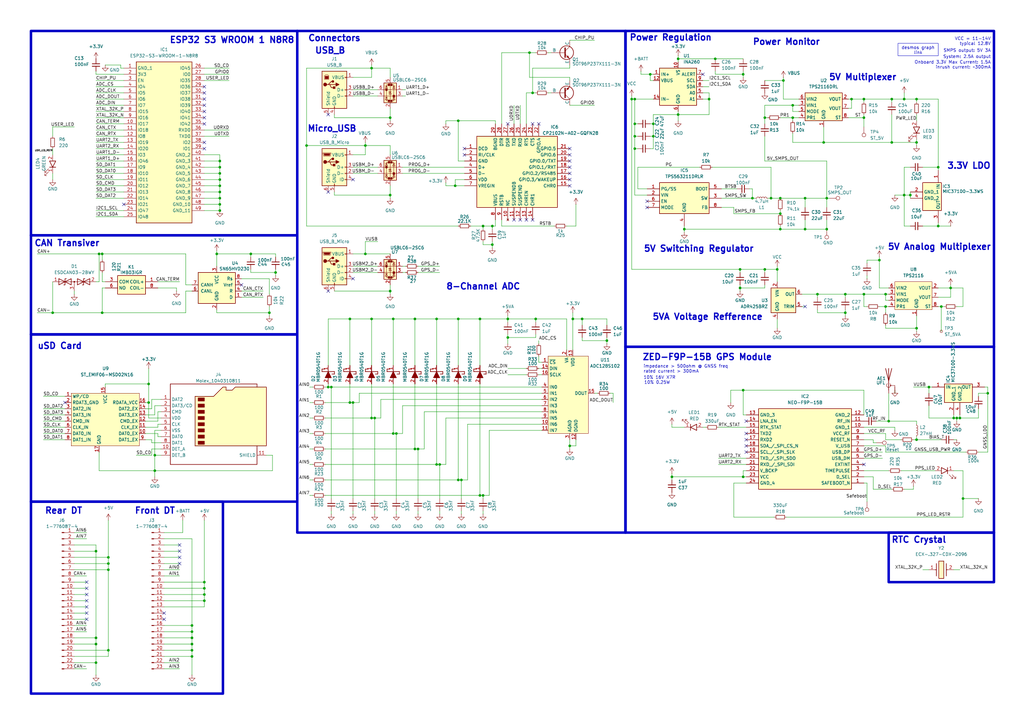
<source format=kicad_sch>
(kicad_sch (version 20250114) (generator "eeschema") (generator_version "9.0")
  (paper "A3")
  (title_block (title "SDM26 Datalogger") (company "Sun Devil Motorsports"))
  (rectangle (start 121.92 12.7) (end 256.54 218.44) (stroke (width 1.016)))
  (rectangle (start 12.7 205.74) (end 91.44 284.48) (stroke (width 1.016)))
  (rectangle (start 256.54 142.24) (end 407.67 218.44) (stroke (width 1.016)))
  (rectangle (start 256.54 12.7) (end 407.67 142.24) (stroke (width 1.016)))
  (rectangle (start 12.7 137.16) (end 121.92 205.74) (stroke (width 1.016)))
  (rectangle (start 12.7 12.7) (end 121.92 96.52) (stroke (width 1.016)))
  (rectangle (start 364.49 218.44) (end 407.67 238.76) (stroke (width 1.016)))
  (rectangle (start 12.7 96.52) (end 121.92 137.16) (stroke (width 1.016)))
  (text "Power Regulation" (at 258.064 17.018 0) (effects (font (size 2.54 2.54) (thickness 0.512) (bold yes)) (justify left bottom)))
  (text "5V Multiplexer" (at 339.852 33.274 0) (effects (font (size 2.54 2.54) (thickness 0.512) (bold yes)) (justify left bottom)))
  (text "CAN Transiver" (at 13.97 101.346 0) (effects (font (size 2.54 2.54) (thickness 0.512) (bold yes)) (justify left bottom)))
  (text "10% 16V X7R" (at 263.906 155.702 0) (effects (font (size 1.27 1.27)) (justify left bottom)))
  (text "inrush current: ~300mA" (at 406.4 28.448 0) (effects (font (size 1.27 1.27)) (justify right bottom)))
  (text "5V Switching Regulator" (at 263.906 103.632 0) (effects (font (size 2.54 2.54) (thickness 0.512) (bold yes)) (justify left bottom)))
  (text "5V Analog Multiplexer" (at 363.982 102.87 0) (effects (font (size 2.54 2.54) (thickness 0.512) (bold yes)) (justify left bottom)))
  (text "ESP32 S3 WROOM 1 N8R8" (at 120.904 18.034 0) (effects (font (size 2.54 2.54) (thickness 0.512) (bold yes)) (justify right bottom)))
  (text "Power Monitor" (at 308.61 18.796 0) (effects (font (size 2.54 2.54) (thickness 0.512) (bold yes)) (justify left bottom)))
  (text "RTC Crystal" (at 365.506 223.012 0) (effects (font (size 2.54 2.54) (thickness 0.512) (bold yes)) (justify left bottom)))
  (text "Connectors" (at 126.238 17.272 0) (effects (font (size 2.54 2.54) (thickness 0.512) (bold yes)) (justify left bottom)))
  (text "10% 0.25W" (at 264.16 157.734 0) (effects (font (size 1.27 1.27)) (justify left bottom)))
  (text "Micro_USB" (at 125.984 54.356 0) (effects (font (size 2.54 2.54) (thickness 0.512) (bold yes)) (justify left bottom)))
  (text "Onboard 3.3V Max Current: 1.5A" (at 406.4 26.416 0) (effects (font (size 1.27 1.27)) (justify right bottom)))
  (text "impedance > 500ohm @ GNSS freq\nrated current > 300mA" (at 263.906 153.162 0) (effects (font (size 1.27 1.27)) (justify left bottom)))
  (text "Front DT" (at 55.118 211.074 0) (effects (font (size 2.54 2.54) (thickness 0.512) (bold yes)) (justify left bottom)))
  (text "3.3V LDO" (at 388.366 69.596 0) (effects (font (size 2.54 2.54) (thickness 0.512) (bold yes)) (justify left bottom)))
  (text "VCC = 11-14V\ntypical 12.8V" (at 406.4 18.796 0) (effects (font (size 1.27 1.27)) (justify right bottom)))
  (text "USB_B" (at 129.032 22.352 0) (effects (font (size 2.54 2.54) (thickness 0.512) (bold yes)) (justify left bottom)))
  (text "8-Channel ADC" (at 182.88 119.126 0) (effects (font (size 2.54 2.54) (thickness 0.512) (bold yes)) (justify left bottom)))
  (text "uSD Card" (at 15.24 143.51 0) (effects (font (size 2.54 2.54) (thickness 0.512) (bold yes)) (justify left bottom)))
  (text "5VA Voltage Refference " (at 267.462 131.572 0) (effects (font (size 2.54 2.54) (thickness 0.512) (bold yes)) (justify left bottom)))
  (text "SMPS output: 5V 3A" (at 406.4 21.59 0) (effects (font (size 1.27 1.27)) (justify right bottom)))
  (text "ZED-F9P-15B GPS Module" (at 263.398 148.082 0) (effects (font (size 2.54 2.54) (thickness 0.512) (bold yes)) (justify left bottom)))
  (text "System: 2.5A output" (at 406.4 24.13 0) (effects (font (size 1.27 1.27)) (justify right bottom)))
  (text "Rear DT\n" (at 18.288 211.074 0) (effects (font (size 2.54 2.54) (thickness 0.512) (bold yes)) (justify left bottom)))
  (text_box "desmos graph link" (at 368.3 17.78 0) (size 16.51 5.08) (margins 0.9525 0.9525 0.9525 0.9525) (effects (font (size 1.27 1.27)) (justify top)))
  (junction (at 198.12 203.2))
  (junction (at 373.38 80.01))
  (junction (at 39.37 261.62))
  (junction (at 364.49 172.72))
  (junction (at 365.76 58.42))
  (junction (at 330.2 81.28))
  (junction (at 234.95 130.81))
  (junction (at 405.13 161.29))
  (junction (at 304.8 160.02))
  (junction (at 363.22 120.65))
  (junction (at 320.04 93.98))
  (junction (at 78.74 269.24))
  (junction (at 266.7 30.48))
  (junction (at 386.08 125.73))
  (junction (at 170.18 130.81))
  (junction (at 44.45 266.7))
  (junction (at 354.33 48.26))
  (junction (at 186.69 76.2))
  (junction (at 248.92 139.7))
  (junction (at 303.53 110.49))
  (junction (at 78.74 266.7))
  (junction (at 313.69 48.26))
  (junction (at 384.81 92.71))
  (junction (at 370.84 40.64))
  (junction (at 160.02 119.38))
  (junction (at 308.61 81.28))
  (junction (at 196.85 203.2))
  (junction (at 217.17 21.59))
  (junction (at 113.03 111.76))
  (junction (at 179.07 130.81))
  (junction (at 260.35 60.96))
  (junction (at 198.12 92.71))
  (junction (at 381 158.75))
  (junction (at 392.43 171.45))
  (junction (at 39.37 226.06))
  (junction (at 370.84 80.01))
  (junction (at 189.23 196.85))
  (junction (at 187.96 49.53))
  (junction (at 196.85 130.81))
  (junction (at 78.74 259.08))
  (junction (at 187.96 130.81))
  (junction (at 318.77 110.49))
  (junction (at 304.8 30.48))
  (junction (at 290.83 40.64))
  (junction (at 90.17 71.12))
  (junction (at 316.23 81.28))
  (junction (at 152.4 130.81))
  (junction (at 325.12 48.26))
  (junction (at 293.37 24.13))
  (junction (at 346.71 120.65))
  (junction (at 170.18 184.15))
  (junction (at 162.56 177.8))
  (junction (at 44.45 228.6))
  (junction (at 365.76 40.64))
  (junction (at 39.37 271.78))
  (junction (at 102.87 104.14))
  (junction (at 88.9 104.14))
  (junction (at 339.09 81.28))
  (junction (at 267.97 55.88))
  (junction (at 143.51 165.1))
  (junction (at 330.2 93.98))
  (junction (at 275.59 195.58))
  (junction (at 160.02 80.01))
  (junction (at 90.17 76.2))
  (junction (at 375.92 58.42))
  (junction (at 152.4 27.94))
  (junction (at 179.07 190.5))
  (junction (at 313.69 110.49))
  (junction (at 260.35 40.64))
  (junction (at 83.82 241.3))
  (junction (at 63.5 186.69))
  (junction (at 160.02 48.26))
  (junction (at 337.82 58.42))
  (junction (at 393.7 171.45))
  (junction (at 208.28 130.81))
  (junction (at 394.97 204.47))
  (junction (at 238.76 130.81))
  (junction (at 83.82 238.76))
  (junction (at 90.17 68.58))
  (junction (at 90.17 66.04))
  (junction (at 320.04 81.28))
  (junction (at 208.28 138.43))
  (junction (at 110.49 128.27))
  (junction (at 90.17 81.28))
  (junction (at 90.17 73.66))
  (junction (at 218.44 38.1))
  (junction (at 144.78 165.1))
  (junction (at 201.93 100.33))
  (junction (at 325.12 43.18))
  (junction (at 60.96 165.1))
  (junction (at 354.33 120.65))
  (junction (at 161.29 177.8))
  (junction (at 152.4 171.45))
  (junction (at 360.68 106.68))
  (junction (at 40.64 104.14))
  (junction (at 321.31 33.02))
  (junction (at 259.08 40.64))
  (junction (at 304.8 195.58))
  (junction (at 260.35 55.88))
  (junction (at 260.35 50.8))
  (junction (at 44.45 231.14))
  (junction (at 363.22 125.73))
  (junction (at 180.34 190.5))
  (junction (at 320.04 87.63))
  (junction (at 375.92 134.62))
  (junction (at 149.86 104.14))
  (junction (at 41.91 128.27))
  (junction (at 375.92 40.64))
  (junction (at 278.13 46.99))
  (junction (at 90.17 83.82))
  (junction (at 134.62 158.75))
  (junction (at 143.51 130.81))
  (junction (at 83.82 243.84))
  (junction (at 161.29 130.81))
  (junction (at 219.71 130.81))
  (junction (at 187.96 196.85))
  (junction (at 78.74 264.16))
  (junction (at 135.89 158.75))
  (junction (at 153.67 171.45))
  (junction (at 349.25 40.64))
  (junction (at 39.37 264.16))
  (junction (at 384.81 68.58))
  (junction (at 375.92 180.34))
  (junction (at 280.67 93.98))
  (junction (at 83.82 246.38))
  (junction (at 90.17 86.36))
  (junction (at 267.97 50.8))
  (junction (at 201.93 92.71))
  (junction (at 78.74 261.62))
  (junction (at 149.86 59.69))
  (junction (at 346.71 128.27))
  (junction (at 78.74 256.54))
  (junction (at 391.16 171.45))
  (junction (at 303.53 118.11))
  (junction (at 60.96 157.48))
  (junction (at 21.59 128.27))
  (junction (at 44.45 233.68))
  (junction (at 335.28 120.65))
  (junction (at 354.33 40.64))
  (junction (at 278.13 24.13))
  (junction (at 233.68 182.88))
  (junction (at 63.5 193.04))
  (junction (at 339.09 93.98))
  (junction (at 41.91 104.14))
  (junction (at 171.45 184.15))
  (junction (at 90.17 78.74))
  (junction (at 389.89 118.11))
  (junction (at 125.73 59.69))
  (no_connect (at 67.31 254))
  (no_connect (at 83.82 48.26))
  (no_connect (at 208.28 50.8))
  (no_connect (at 83.82 45.72))
  (no_connect (at 306.07 172.72))
  (no_connect (at 218.44 90.17))
  (no_connect (at 330.2 125.73))
  (no_connect (at 213.36 90.17))
  (no_connect (at 306.07 180.34))
  (no_connect (at 306.07 185.42))
  (no_connect (at 83.82 40.64))
  (no_connect (at 233.68 73.66))
  (no_connect (at 233.68 76.2))
  (no_connect (at 26.67 165.1))
  (no_connect (at 354.33 190.5))
  (no_connect (at 67.31 251.46))
  (no_connect (at 233.68 63.5))
  (no_connect (at 35.56 254))
  (no_connect (at 233.68 71.12))
  (no_connect (at 265.43 85.09))
  (no_connect (at 134.62 78.74))
  (no_connect (at 73.66 223.52))
  (no_connect (at 215.9 90.17))
  (no_connect (at 35.56 241.3))
  (no_connect (at 134.62 46.99))
  (no_connect (at 83.82 50.8))
  (no_connect (at 35.56 251.46))
  (no_connect (at 83.82 38.1))
  (no_connect (at 50.8 83.82))
  (no_connect (at 83.82 35.56))
  (no_connect (at 210.82 90.17))
  (no_connect (at 218.44 50.8))
  (no_connect (at 144.78 114.3))
  (no_connect (at 73.66 228.6))
  (no_connect (at 73.66 226.06))
  (no_connect (at 144.78 73.66))
  (no_connect (at 35.56 248.92))
  (no_connect (at 35.56 243.84))
  (no_connect (at 288.29 30.48))
  (no_connect (at 35.56 238.76))
  (no_connect (at 134.62 119.38))
  (no_connect (at 35.56 246.38))
  (no_connect (at 306.07 182.88))
  (no_connect (at 83.82 43.18))
  (no_connect (at 190.5 60.96))
  (no_connect (at 99.06 116.84))
  (no_connect (at 83.82 60.96))
  (no_connect (at 306.07 177.8))
  (no_connect (at 83.82 58.42))
  (no_connect (at 233.68 68.58))
  (no_connect (at 233.68 66.04))
  (no_connect (at 220.98 50.8))
  (no_connect (at 233.68 60.96))
  (no_connect (at 265.43 82.55))
  (no_connect (at 73.66 231.14))
  (no_connect (at 190.5 63.5))
  (wire (pts (xy 179.07 157.48) (xy 179.07 190.5)))
  (wire (pts (xy 354.33 195.58) (xy 358.14 195.58)))
  (wire (pts (xy 170.18 130.81) (xy 170.18 149.86)))
  (wire (pts (xy 180.34 109.22) (xy 171.45 109.22)))
  (wire (pts (xy 363.22 125.73) (xy 363.22 128.27)))
  (wire (pts (xy 67.31 274.32) (xy 73.66 274.32)))
  (wire (pts (xy 243.84 161.29) (xy 245.11 161.29)))
  (wire (pts (xy 189.23 196.85) (xy 191.77 196.85)))
  (wire (pts (xy 187.96 157.48) (xy 187.96 196.85)))
  (wire (pts (xy 367.03 161.29) (xy 367.03 160.02)))
  (wire (pts (xy 39.37 68.58) (xy 50.8 68.58)))
  (wire (pts (xy 405.13 185.42) (xy 401.32 185.42)))
  (wire (pts (xy 318.77 130.81) (xy 318.77 134.62)))
  (wire (pts (xy 280.67 93.98) (xy 280.67 92.71)))
  (wire (pts (xy 127 177.8) (xy 128.27 177.8)))
  (wire (pts (xy 191.77 196.85) (xy 191.77 173.99)))
  (wire (pts (xy 363.22 123.19) (xy 363.22 120.65)))
  (wire (pts (xy 313.69 43.18) (xy 325.12 43.18)))
  (wire (pts (xy 220.98 153.67) (xy 222.25 153.67)))
  (wire (pts (xy 354.33 40.64) (xy 354.33 41.91)))
  (wire (pts (xy 327.66 40.64) (xy 321.31 40.64)))
  (wire (pts (xy 375.92 58.42) (xy 375.92 59.69)))
  (wire (pts (xy 160.02 119.38) (xy 160.02 120.65)))
  (wire (pts (xy 187.96 130.81) (xy 196.85 130.81)))
  (wire (pts (xy 144.78 104.14) (xy 149.86 104.14)))
  (wire (pts (xy 179.07 130.81) (xy 187.96 130.81)))
  (wire (pts (xy 208.28 151.13) (xy 215.9 151.13)))
  (wire (pts (xy 78.74 264.16) (xy 78.74 266.7)))
  (wire (pts (xy 262.89 30.48) (xy 266.7 30.48)))
  (wire (pts (xy 111.76 186.69) (xy 111.76 193.04)))
  (wire (pts (xy 198.12 100.33) (xy 201.93 100.33)))
  (wire (pts (xy 261.62 55.88) (xy 260.35 55.88)))
  (wire (pts (xy 133.35 184.15) (xy 170.18 184.15)))
  (wire (pts (xy 134.62 157.48) (xy 134.62 158.75)))
  (wire (pts (xy 349.25 40.64) (xy 349.25 44.45)))
  (wire (pts (xy 300.99 212.09) (xy 317.5 212.09)))
  (wire (pts (xy 41.91 111.76) (xy 41.91 115.57)))
  (wire (pts (xy 198.12 209.55) (xy 198.12 210.82)))
  (wire (pts (xy 39.37 76.2) (xy 50.8 76.2)))
  (wire (pts (xy 369.5975 193.04) (xy 383.54 193.04)))
  (wire (pts (xy 44.45 233.68) (xy 44.45 266.7)))
  (wire (pts (xy 295.91 81.28) (xy 308.61 81.28)))
  (wire (pts (xy 67.31 218.44) (xy 74.93 218.44)))
  (wire (pts (xy 165.1 166.37) (xy 222.25 166.37)))
  (wire (pts (xy 67.31 233.68) (xy 73.66 233.68)))
  (wire (pts (xy 198.12 92.71) (xy 201.93 92.71)))
  (wire (pts (xy 238.76 139.7) (xy 248.92 139.7)))
  (wire (pts (xy 359.41 181.61) (xy 358.14 181.61)))
  (wire (pts (xy 375.92 172.72) (xy 375.92 173.99)))
  (wire (pts (xy 127 158.75) (xy 128.27 158.75)))
  (wire (pts (xy 198.12 99.06) (xy 198.12 100.33)))
  (wire (pts (xy 39.37 86.36) (xy 50.8 86.36)))
  (wire (pts (xy 76.2 104.14) (xy 76.2 116.84)))
  (wire (pts (xy 40.64 193.04) (xy 63.5 193.04)))
  (wire (pts (xy 127 165.1) (xy 128.27 165.1)))
  (wire (pts (xy 401.32 161.29) (xy 405.13 161.29)))
  (wire (pts (xy 30.48 259.08) (xy 35.56 259.08)))
  (wire (pts (xy 66.04 166.37) (xy 63.5 166.37)))
  (wire (pts (xy 17.78 162.56) (xy 26.67 162.56)))
  (wire (pts (xy 208.28 138.43) (xy 208.28 140.97)))
  (wire (pts (xy 59.69 167.64) (xy 62.23 167.64)))
  (wire (pts (xy 137.16 80.01) (xy 137.16 78.74)))
  (wire (pts (xy 290.83 38.1) (xy 288.29 38.1)))
  (wire (pts (xy 30.48 220.98) (xy 35.56 220.98)))
  (wire (pts (xy 149.86 104.14) (xy 160.02 104.14)))
  (wire (pts (xy 280.67 93.98) (xy 320.04 93.98)))
  (wire (pts (xy 135.89 158.75) (xy 222.25 158.75)))
  (wire (pts (xy 234.95 130.81) (xy 234.95 143.51)))
  (wire (pts (xy 78.74 256.54) (xy 78.74 259.08)))
  (wire (pts (xy 320.04 86.36) (xy 320.04 87.63)))
  (wire (pts (xy 321.31 33.02) (xy 321.31 40.64)))
  (wire (pts (xy 83.82 68.58) (xy 90.17 68.58)))
  (wire (pts (xy 21.59 60.96) (xy 21.59 63.5)))
  (wire (pts (xy 41.91 118.11) (xy 41.91 128.27)))
  (wire (pts (xy 325.12 48.26) (xy 327.66 48.26)))
  (wire (pts (xy 354.33 120.65) (xy 363.22 120.65)))
  (wire (pts (xy 275.59 173.99) (xy 275.59 175.26)))
  (wire (pts (xy 190.5 66.04) (xy 187.96 66.04)))
  (wire (pts (xy 153.67 171.45) (xy 156.21 171.45)))
  (wire (pts (xy 63.5 166.37) (xy 63.5 170.18)))
  (wire (pts (xy 88.9 104.14) (xy 88.9 109.22)))
  (wire (pts (xy 133.35 196.85) (xy 187.96 196.85)))
  (wire (pts (xy 303.53 118.11) (xy 303.53 119.38)))
  (wire (pts (xy 152.4 171.45) (xy 153.67 171.45)))
  (wire (pts (xy 67.31 248.92) (xy 83.82 248.92)))
  (wire (pts (xy 83.82 76.2) (xy 90.17 76.2)))
  (wire (pts (xy 313.69 66.04) (xy 339.09 66.04)))
  (wire (pts (xy 375.92 134.62) (xy 363.22 134.62)))
  (wire (pts (xy 233.68 31.75) (xy 233.68 33.02)))
  (wire (pts (xy 39.37 35.56) (xy 50.8 35.56)))
  (wire (pts (xy 179.07 190.5) (xy 180.34 190.5)))
  (wire (pts (xy 30.48 271.78) (xy 39.37 271.78)))
  (wire (pts (xy 355.6 125.73) (xy 354.33 125.73)))
  (wire (pts (xy 83.82 27.94) (xy 93.98 27.94)))
  (wire (pts (xy 64.77 179.07) (xy 66.04 179.07)))
  (wire (pts (xy 30.48 223.52) (xy 39.37 223.52)))
  (wire (pts (xy 278.13 46.99) (xy 278.13 49.53)))
  (wire (pts (xy 248.92 138.43) (xy 248.92 139.7)))
  (wire (pts (xy 143.51 165.1) (xy 144.78 165.1)))
  (wire (pts (xy 187.96 49.53) (xy 187.96 66.04)))
  (wire (pts (xy 293.37 24.13) (xy 304.8 24.13)))
  (wire (pts (xy 50.8 27.94) (xy 49.53 27.94)))
  (wire (pts (xy 363.22 180.34) (xy 363.22 177.8)))
  (wire (pts (xy 288.29 35.56) (xy 290.83 35.56)))
  (wire (pts (xy 110.49 128.27) (xy 110.49 129.54)))
  (wire (pts (xy 15.24 128.27) (xy 21.59 128.27)))
  (wire (pts (xy 201.93 99.06) (xy 201.93 100.33)))
  (wire (pts (xy 278.13 45.72) (xy 278.13 46.99)))
  (wire (pts (xy 67.31 241.3) (xy 83.82 241.3)))
  (wire (pts (xy 394.97 204.47) (xy 394.97 212.09)))
  (wire (pts (xy 384.81 68.58) (xy 384.81 69.85)))
  (wire (pts (xy 360.68 125.73) (xy 363.22 125.73)))
  (wire (pts (xy 165.1 36.83) (xy 166.37 36.83)))
  (wire (pts (xy 113.03 111.76) (xy 113.03 113.03)))
  (wire (pts (xy 200.66 176.53) (xy 222.25 176.53)))
  (wire (pts (xy 43.18 158.75) (xy 43.18 157.48)))
  (wire (pts (xy 39.37 55.88) (xy 50.8 55.88)))
  (wire (pts (xy 370.84 68.58) (xy 373.38 68.58)))
  (wire (pts (xy 266.7 33.02) (xy 267.97 33.02)))
  (wire (pts (xy 220.98 139.7) (xy 220.98 140.97)))
  (wire (pts (xy 304.8 160.02) (xy 304.8 170.18)))
  (wire (pts (xy 144.78 165.1) (xy 147.32 165.1)))
  (wire (pts (xy 354.33 175.26) (xy 367.03 175.26)))
  (wire (pts (xy 170.18 130.81) (xy 179.07 130.81)))
  (wire (pts (xy 322.58 212.09) (xy 394.97 212.09)))
  (wire (pts (xy 316.23 81.28) (xy 320.04 81.28)))
  (wire (pts (xy 391.16 233.68) (xy 393.7 233.68)))
  (wire (pts (xy 83.82 81.28) (xy 90.17 81.28)))
  (wire (pts (xy 260.35 80.01) (xy 265.43 80.01)))
  (wire (pts (xy 210.82 50.8) (xy 210.82 43.18)))
  (wire (pts (xy 306.07 193.04) (xy 304.8 193.04)))
  (wire (pts (xy 278.13 24.13) (xy 278.13 25.4)))
  (wire (pts (xy 50.8 63.5) (xy 39.37 63.5)))
  (wire (pts (xy 64.77 115.57) (xy 73.66 115.57)))
  (wire (pts (xy 349.25 40.64) (xy 354.33 40.64)))
  (wire (pts (xy 335.28 128.27) (xy 335.28 127)))
  (wire (pts (xy 76.2 116.84) (xy 78.74 116.84)))
  (wire (pts (xy 304.8 30.48) (xy 304.8 31.75)))
  (wire (pts (xy 288.29 175.26) (xy 289.56 175.26)))
  (wire (pts (xy 40.64 104.14) (xy 41.91 104.14)))
  (wire (pts (xy 161.29 177.8) (xy 162.56 177.8)))
  (wire (pts (xy 365.76 40.64) (xy 370.84 40.64)))
  (wire (pts (xy 17.78 180.34) (xy 26.67 180.34)))
  (wire (pts (xy 370.84 80.01) (xy 370.84 92.71)))
  (wire (pts (xy 39.37 58.42) (xy 50.8 58.42)))
  (wire (pts (xy 375.92 57.15) (xy 375.92 58.42)))
  (wire (pts (xy 30.48 241.3) (xy 35.56 241.3)))
  (wire (pts (xy 161.29 157.48) (xy 161.29 177.8)))
  (wire (pts (xy 67.31 246.38) (xy 83.82 246.38)))
  (wire (pts (xy 137.16 80.01) (xy 160.02 80.01)))
  (wire (pts (xy 171.45 209.55) (xy 171.45 210.82)))
  (wire (pts (xy 125.73 59.69) (xy 149.86 59.69)))
  (wire (pts (xy 325.12 45.72) (xy 327.66 45.72)))
  (wire (pts (xy 186.69 76.2) (xy 190.5 76.2)))
  (wire (pts (xy 41.91 104.14) (xy 76.2 104.14)))
  (wire (pts (xy 109.22 186.69) (xy 111.76 186.69)))
  (wire (pts (xy 355.6 198.12) (xy 355.6 205.74)))
  (wire (pts (xy 153.67 209.55) (xy 153.67 210.82)))
  (wire (pts (xy 39.37 48.26) (xy 50.8 48.26)))
  (wire (pts (xy 125.73 59.69) (xy 125.73 92.71)))
  (wire (pts (xy 394.97 204.47) (xy 401.32 204.47)))
  (wire (pts (xy 39.37 261.62) (xy 39.37 264.16)))
  (wire (pts (xy 102.87 104.14) (xy 113.03 104.14)))
  (wire (pts (xy 233.68 27.94) (xy 233.68 26.67)))
  (wire (pts (xy 78.74 269.24) (xy 78.74 276.86)))
  (wire (pts (xy 39.37 30.48) (xy 50.8 30.48)))
  (wire (pts (xy 39.37 88.9) (xy 50.8 88.9)))
  (wire (pts (xy 384.81 118.11) (xy 389.89 118.11)))
  (wire (pts (xy 63.5 193.04) (xy 111.76 193.04)))
  (wire (pts (xy 354.33 48.26) (xy 354.33 46.99)))
  (wire (pts (xy 78.74 220.98) (xy 78.74 256.54)))
  (wire (pts (xy 290.83 40.64) (xy 290.83 46.99)))
  (wire (pts (xy 189.23 196.85) (xy 189.23 204.47)))
  (wire (pts (xy 149.86 59.69) (xy 149.86 63.5)))
  (wire (pts (xy 375.92 179.07) (xy 375.92 180.34)))
  (wire (pts (xy 363.22 185.42) (xy 363.22 182.88)))
  (wire (pts (xy 275.59 195.58) (xy 275.59 194.31)))
  (wire (pts (xy 233.68 16.51) (xy 243.84 16.51)))
  (wire (pts (xy 306.07 195.58) (xy 304.8 195.58)))
  (wire (pts (xy 304.8 195.58) (xy 304.8 193.04)))
  (wire (pts (xy 113.03 110.49) (xy 113.03 111.76)))
  (wire (pts (xy 64.77 168.91) (xy 64.77 172.72)))
  (wire (pts (xy 325.12 54.61) (xy 325.12 58.42)))
  (wire (pts (xy 64.77 118.11) (xy 72.39 118.11)))
  (wire (pts (xy 173.99 168.91) (xy 222.25 168.91)))
  (wire (pts (xy 370.84 80.01) (xy 367.03 80.01)))
  (wire (pts (xy 375.92 134.62) (xy 375.92 135.89)))
  (wire (pts (xy 44.45 231.14) (xy 44.45 233.68)))
  (wire (pts (xy 303.53 111.76) (xy 303.53 110.49)))
  (wire (pts (xy 160.02 76.2) (xy 160.02 80.01)))
  (wire (pts (xy 160.02 44.45) (xy 160.02 48.26)))
  (wire (pts (xy 365.76 46.99) (xy 365.76 58.42)))
  (wire (pts (xy 144.78 36.83) (xy 154.94 36.83)))
  (wire (pts (xy 62.23 163.83) (xy 66.04 163.83)))
  (wire (pts (xy 162.56 209.55) (xy 162.56 210.82)))
  (wire (pts (xy 394.97 193.04) (xy 394.97 204.47)))
  (wire (pts (xy 99.06 119.38) (xy 107.95 119.38)))
  (wire (pts (xy 40.64 185.42) (xy 40.64 193.04)))
  (wire (pts (xy 83.82 86.36) (xy 90.17 86.36)))
  (wire (pts (xy 143.51 130.81) (xy 152.4 130.81)))
  (wire (pts (xy 220.98 148.59) (xy 220.98 146.05)))
  (wire (pts (xy 354.33 198.12) (xy 355.6 198.12)))
  (wire (pts (xy 307.34 77.47) (xy 308.61 77.47)))
  (wire (pts (xy 328.93 120.65) (xy 335.28 120.65)))
  (wire (pts (xy 375.92 46.99) (xy 375.92 49.53)))
  (wire (pts (xy 347.98 40.64) (xy 349.25 40.64)))
  (wire (pts (xy 358.14 200.66) (xy 365.76 200.66)))
  (wire (pts (xy 165.1 39.37) (xy 166.37 39.37)))
  (wire (pts (xy 30.48 228.6) (xy 44.45 228.6)))
  (wire (pts (xy 113.03 104.14) (xy 113.03 105.41)))
  (wire (pts (xy 133.35 171.45) (xy 152.4 171.45)))
  (wire (pts (xy 66.04 173.99) (xy 64.77 173.99)))
  (wire (pts (xy 267.97 46.99) (xy 267.97 50.8)))
  (wire (pts (xy 355.6 107.95) (xy 355.6 106.68)))
  (wire (pts (xy 201.93 100.33) (xy 201.93 101.6)))
  (wire (pts (xy 30.48 264.16) (xy 39.37 264.16)))
  (wire (pts (xy 162.56 177.8) (xy 162.56 204.47)))
  (wire (pts (xy 30.48 226.06) (xy 39.37 226.06)))
  (wire (pts (xy 200.66 203.2) (xy 200.66 176.53)))
  (wire (pts (xy 364.49 161.29) (xy 364.49 172.72)))
  (wire (pts (xy 278.13 22.86) (xy 278.13 24.13)))
  (wire (pts (xy 83.82 238.76) (xy 83.82 241.3)))
  (wire (pts (xy 15.24 104.14) (xy 40.64 104.14)))
  (wire (pts (xy 83.82 78.74) (xy 90.17 78.74)))
  (wire (pts (xy 384.81 121.92) (xy 389.89 121.92)))
  (wire (pts (xy 40.64 104.14) (xy 40.64 115.57)))
  (wire (pts (xy 39.37 50.8) (xy 50.8 50.8)))
  (wire (pts (xy 67.31 236.22) (xy 73.66 236.22)))
  (wire (pts (xy 354.33 177.8) (xy 363.22 177.8)))
  (wire (pts (xy 355.6 106.68) (xy 360.68 106.68)))
  (wire (pts (xy 66.04 168.91) (xy 64.77 168.91)))
  (wire (pts (xy 238.76 130.81) (xy 234.95 130.81)))
  (wire (pts (xy 275.59 195.58) (xy 304.8 195.58)))
  (wire (pts (xy 260.35 60.96) (xy 260.35 80.01)))
  (wire (pts (xy 88.9 104.14) (xy 102.87 104.14)))
  (wire (pts (xy 213.36 50.8) (xy 213.36 43.18)))
  (wire (pts (xy 260.35 55.88) (xy 260.35 60.96)))
  (wire (pts (xy 39.37 60.96) (xy 50.8 60.96)))
  (wire (pts (xy 196.85 157.48) (xy 196.85 203.2)))
  (wire (pts (xy 134.62 158.75) (xy 135.89 158.75)))
  (wire (pts (xy 313.69 66.04) (xy 313.69 55.88)))
  (wire (pts (xy 218.44 27.94) (xy 218.44 38.1)))
  (wire (pts (xy 180.34 111.76) (xy 171.45 111.76)))
  (wire (pts (xy 187.96 196.85) (xy 189.23 196.85)))
  (wire (pts (xy 78.74 259.08) (xy 78.74 261.62)))
  (wire (pts (xy 236.22 92.71) (xy 236.22 83.82)))
  (wire (pts (xy 90.17 76.2) (xy 90.17 78.74)))
  (wire (pts (xy 152.4 171.45) (xy 152.4 157.48)))
  (wire (pts (xy 149.86 99.06) (xy 154.94 99.06)))
  (wire (pts (xy 359.41 172.72) (xy 364.49 172.72)))
  (wire (pts (xy 294.64 175.26) (xy 306.07 175.26)))
  (wire (pts (xy 392.43 171.45) (xy 393.7 171.45)))
  (wire (pts (xy 259.08 40.64) (xy 259.08 110.49)))
  (wire (pts (xy 67.31 226.06) (xy 73.66 226.06)))
  (wire (pts (xy 144.78 31.75) (xy 152.4 31.75)))
  (wire (pts (xy 83.82 30.48) (xy 93.98 30.48)))
  (wire (pts (xy 30.48 246.38) (xy 35.56 246.38)))
  (wire (pts (xy 133.35 190.5) (xy 179.07 190.5)))
  (wire (pts (xy 43.18 26.67) (xy 49.53 26.67)))
  (wire (pts (xy 60.96 165.1) (xy 60.96 157.48)))
  (wire (pts (xy 361.95 187.96) (xy 354.33 187.96)))
  (wire (pts (xy 295.91 77.47) (xy 302.26 77.47)))
  (wire (pts (xy 74.93 213.36) (xy 74.93 218.44)))
  (wire (pts (xy 205.74 92.71) (xy 227.33 92.71)))
  (wire (pts (xy 374.65 180.34) (xy 375.92 180.34)))
  (wire (pts (xy 304.8 160.02) (xy 354.33 160.02)))
  (wire (pts (xy 125.73 27.94) (xy 125.73 59.69)))
  (wire (pts (xy 147.32 161.29) (xy 147.32 165.1)))
  (wire (pts (xy 66.04 176.53) (xy 63.5 176.53)))
  (wire (pts (xy 67.31 220.98) (xy 78.74 220.98)))
  (wire (pts (xy 127 184.15) (xy 128.27 184.15)))
  (wire (pts (xy 304.8 29.21) (xy 304.8 30.48)))
  (wire (pts (xy 149.86 58.42) (xy 149.86 59.69)))
  (wire (pts (xy 49.53 26.67) (xy 49.53 27.94)))
  (wire (pts (xy 83.82 73.66) (xy 90.17 73.66)))
  (wire (pts (xy 30.48 269.24) (xy 44.45 269.24)))
  (wire (pts (xy 30.48 243.84) (xy 35.56 243.84)))
  (wire (pts (xy 393.7 170.18) (xy 393.7 171.45)))
  (wire (pts (xy 335.28 120.65) (xy 346.71 120.65)))
  (wire (pts (xy 67.31 271.78) (xy 73.66 271.78)))
  (wire (pts (xy 405.13 161.29) (xy 405.13 185.42)))
  (wire (pts (xy 67.31 264.16) (xy 78.74 264.16)))
  (wire (pts (xy 30.48 254) (xy 35.56 254)))
  (wire (pts (xy 182.88 76.2) (xy 182.88 74.93)))
  (wire (pts (xy 170.18 184.15) (xy 171.45 184.15)))
  (wire (pts (xy 292.1 68.58) (xy 316.23 68.58)))
  (wire (pts (xy 179.07 130.81) (xy 179.07 149.86)))
  (wire (pts (xy 41.91 128.27) (xy 76.2 128.27)))
  (wire (pts (xy 30.48 236.22) (xy 35.56 236.22)))
  (wire (pts (xy 373.38 80.01) (xy 370.84 80.01)))
  (wire (pts (xy 293.37 29.21) (xy 293.37 30.48)))
  (wire (pts (xy 236.22 182.88) (xy 233.68 182.88)))
  (wire (pts (xy 363.22 125.73) (xy 364.49 125.73)))
  (wire (pts (xy 248.92 133.35) (xy 248.92 130.81)))
  (wire (pts (xy 171.45 184.15) (xy 173.99 184.15)))
  (wire (pts (xy 152.4 130.81) (xy 161.29 130.81)))
  (wire (pts (xy 39.37 271.78) (xy 39.37 276.86)))
  (wire (pts (xy 201.93 92.71) (xy 201.93 93.98)))
  (wire (pts (xy 363.22 120.65) (xy 364.49 120.65)))
  (wire (pts (xy 156.21 163.83) (xy 222.25 163.83)))
  (wire (pts (xy 339.09 81.28) (xy 339.09 85.09)))
  (wire (pts (xy 171.45 184.15) (xy 171.45 204.47)))
  (wire (pts (xy 259.08 40.64) (xy 260.35 40.64)))
  (wire (pts (xy 346.71 128.27) (xy 346.71 127)))
  (wire (pts (xy 90.17 66.04) (xy 90.17 68.58)))
  (wire (pts (xy 217.17 21.59) (xy 219.71 21.59)))
  (wire (pts (xy 59.69 180.34) (xy 62.23 180.34)))
  (wire (pts (xy 30.48 266.7) (xy 44.45 266.7)))
  (wire (pts (xy 370.84 40.64) (xy 375.92 40.64)))
  (wire (pts (xy 39.37 33.02) (xy 50.8 33.02)))
  (wire (pts (xy 337.82 52.07) (xy 337.82 58.42)))
  (wire (pts (xy 347.98 48.26) (xy 354.33 48.26)))
  (wire (pts (xy 391.16 170.18) (xy 391.16 171.45)))
  (wire (pts (xy 261.62 50.8) (xy 260.35 50.8)))
  (wire (pts (xy 30.48 261.62) (xy 39.37 261.62)))
  (wire (pts (xy 389.89 118.11) (xy 389.89 116.84)))
  (wire (pts (xy 102.87 111.76) (xy 102.87 110.49)))
  (wire (pts (xy 265.43 77.47) (xy 261.62 77.47)))
  (wire (pts (xy 133.35 165.1) (xy 143.51 165.1)))
  (wire (pts (xy 260.35 50.8) (xy 260.35 55.88)))
  (wire (pts (xy 250.19 161.29) (xy 251.46 161.29)))
  (wire (pts (xy 335.28 120.65) (xy 335.28 121.92)))
  (wire (pts (xy 394.97 118.11) (xy 389.89 118.11)))
  (wire (pts (xy 358.14 180.34) (xy 354.33 180.34)))
  (wire (pts (xy 346.71 129.54) (xy 346.71 128.27)))
  (wire (pts (xy 83.82 213.36) (xy 83.82 238.76)))
  (wire (pts (xy 63.5 176.53) (xy 63.5 186.69)))
  (wire (pts (xy 335.28 128.27) (xy 346.71 128.27)))
  (wire (pts (xy 83.82 66.04) (xy 90.17 66.04)))
  (wire (pts (xy 220.98 151.13) (xy 222.25 151.13)))
  (wire (pts (xy 186.69 73.66) (xy 186.69 76.2)))
  (wire (pts (xy 299.72 160.02) (xy 299.72 165.1)))
  (wire (pts (xy 67.31 269.24) (xy 78.74 269.24)))
  (wire (pts (xy 30.48 248.92) (xy 35.56 248.92)))
  (wire (pts (xy 261.62 77.47) (xy 261.62 68.58)))
  (wire (pts (xy 370.84 68.58) (xy 370.84 80.01)))
  (wire (pts (xy 308.61 77.47) (xy 308.61 81.28)))
  (wire (pts (xy 144.78 109.22) (xy 154.94 109.22)))
  (wire (pts (xy 196.85 130.81) (xy 196.85 149.86)))
  (wire (pts (xy 30.48 233.68) (xy 44.45 233.68)))
  (wire (pts (xy 313.69 48.26) (xy 313.69 50.8)))
  (wire (pts (xy 260.35 40.64) (xy 267.97 40.64)))
  (wire (pts (xy 83.82 241.3) (xy 83.82 243.84)))
  (wire (pts (xy 339.09 81.28) (xy 330.2 81.28)))
  (wire (pts (xy 59.69 175.26) (xy 64.77 175.26)))
  (wire (pts (xy 267.97 50.8) (xy 267.97 55.88)))
  (wire (pts (xy 320.04 48.26) (xy 325.12 48.26)))
  (wire (pts (xy 160.02 59.69) (xy 160.02 63.5)))
  (wire (pts (xy 83.82 248.92) (xy 83.82 246.38)))
  (wire (pts (xy 99.06 121.92) (xy 107.95 121.92)))
  (wire (pts (xy 191.77 173.99) (xy 222.25 173.99)))
  (wire (pts (xy 182.88 49.53) (xy 187.96 49.53)))
  (wire (pts (xy 233.68 27.94) (xy 218.44 27.94)))
  (wire (pts (xy 62.23 186.69) (xy 62.23 184.15)))
  (wire (pts (xy 320.04 93.98) (xy 330.2 93.98)))
  (wire (pts (xy 160.02 81.28) (xy 160.02 80.01)))
  (wire (pts (xy 90.17 78.74) (xy 90.17 81.28)))
  (wire (pts (xy 339.09 90.17) (xy 339.09 93.98)))
  (wire (pts (xy 64.77 173.99) (xy 64.77 175.26)))
  (wire (pts (xy 198.12 93.98) (xy 198.12 92.71)))
  (wire (pts (xy 17.78 170.18) (xy 26.67 170.18)))
  (wire (pts (xy 144.78 71.12) (xy 154.94 71.12)))
  (wire (pts (xy 39.37 66.04) (xy 50.8 66.04)))
  (wire (pts (xy 43.18 157.48) (xy 60.96 157.48)))
  (wire (pts (xy 189.23 209.55) (xy 189.23 210.82)))
  (wire (pts (xy 165.1 71.12) (xy 190.5 71.12)))
  (wire (pts (xy 233.68 182.88) (xy 233.68 184.15)))
  (wire (pts (xy 364.49 118.11) (xy 360.68 118.11)))
  (wire (pts (xy 165.1 68.58) (xy 190.5 68.58)))
  (wire (pts (xy 78.74 266.7) (xy 78.74 269.24)))
  (wire (pts (xy 67.31 243.84) (xy 83.82 243.84)))
  (wire (pts (xy 39.37 43.18) (xy 50.8 43.18)))
  (wire (pts (xy 238.76 133.35) (xy 238.76 130.81)))
  (wire (pts (xy 313.69 111.76) (xy 313.69 110.49)))
  (wire (pts (xy 224.79 38.1) (xy 226.06 38.1)))
  (wire (pts (xy 261.62 60.96) (xy 260.35 60.96)))
  (wire (pts (xy 306.07 170.18) (xy 304.8 170.18)))
  (wire (pts (xy 325.12 48.26) (xy 325.12 49.53)))
  (wire (pts (xy 381 166.37) (xy 381 171.45)))
  (wire (pts (xy 55.88 186.69) (xy 62.23 186.69)))
  (wire (pts (xy 220.98 148.59) (xy 222.25 148.59)))
  (wire (pts (xy 39.37 45.72) (xy 50.8 45.72)))
  (wire (pts (xy 76.2 128.27) (xy 76.2 119.38)))
  (wire (pts (xy 83.82 83.82) (xy 90.17 83.82)))
  (wire (pts (xy 384.81 92.71) (xy 384.81 91.44)))
  (wire (pts (xy 83.82 63.5) (xy 90.17 63.5)))
  (wire (pts (xy 313.69 43.18) (xy 313.69 48.26)))
  (wire (pts (xy 173.99 184.15) (xy 173.99 168.91)))
  (wire (pts (xy 160.02 116.84) (xy 160.02 119.38)))
  (wire (pts (xy 39.37 40.64) (xy 50.8 40.64)))
  (wire (pts (xy 304.8 30.48) (xy 293.37 30.48)))
  (wire (pts (xy 313.69 118.11) (xy 303.53 118.11)))
  (wire (pts (xy 288.29 33.02) (xy 290.83 33.02)))
  (wire (pts (xy 30.48 218.44) (xy 35.56 218.44)))
  (wire (pts (xy 67.31 256.54) (xy 78.74 256.54)))
  (wire (pts (xy 346.71 120.65) (xy 346.71 121.92)))
  (wire (pts (xy 403.86 158.75) (xy 405.13 158.75)))
  (wire (pts (xy 144.78 209.55) (xy 144.78 210.82)))
  (wire (pts (xy 320.04 87.63) (xy 300.99 87.63)))
  (wire (pts (xy 63.5 193.04) (xy 63.5 195.58)))
  (wire (pts (xy 17.78 172.72) (xy 26.67 172.72)))
  (wire (pts (xy 208.28 137.16) (xy 208.28 138.43)))
  (wire (pts (xy 384.81 40.64) (xy 384.81 68.58)))
  (wire (pts (xy 364.49 123.19) (xy 363.22 123.19)))
  (wire (pts (xy 215.9 38.1) (xy 218.44 38.1)))
  (wire (pts (xy 67.31 238.76) (xy 83.82 238.76)))
  (wire (pts (xy 127 171.45) (xy 128.27 171.45)))
  (wire (pts (xy 215.9 50.8) (xy 215.9 38.1)))
  (wire (pts (xy 39.37 73.66) (xy 50.8 73.66)))
  (wire (pts (xy 325.12 43.18) (xy 327.66 43.18)))
  (wire (pts (xy 187.96 130.81) (xy 187.96 149.86)))
  (wire (pts (xy 290.83 40.64) (xy 288.29 40.64)))
  (wire (pts (xy 41.91 104.14) (xy 41.91 106.68)))
  (wire (pts (xy 300.99 198.12) (xy 306.07 198.12)))
  (wire (pts (xy 384.81 92.71) (xy 389.89 92.71)))
  (wire (pts (xy 365.76 58.42) (xy 375.92 58.42)))
  (wire (pts (xy 217.17 31.75) (xy 217.17 21.59)))
  (wire (pts (xy 182.88 190.5) (xy 182.88 171.45)))
  (wire (pts (xy 278.13 24.13) (xy 293.37 24.13)))
  (wire (pts (xy 67.31 259.08) (xy 78.74 259.08)))
  (wire (pts (xy 367.03 175.26) (xy 367.03 176.53)))
  (wire (pts (xy 370.84 38.1) (xy 370.84 40.64)))
  (wire (pts (xy 160.02 27.94) (xy 160.02 31.75)))
  (wire (pts (xy 180.34 190.5) (xy 182.88 190.5)))
  (wire (pts (xy 290.83 38.1) (xy 290.83 40.64)))
  (wire (pts (xy 219.71 130.81) (xy 232.41 130.81)))
  (wire (pts (xy 67.31 231.14) (xy 73.66 231.14)))
  (wire (pts (xy 63.5 186.69) (xy 63.5 193.04)))
  (wire (pts (xy 267.97 55.88) (xy 267.97 60.96)))
  (wire (pts (xy 300.99 198.12) (xy 300.99 212.09)))
  (wire (pts (xy 340.36 81.28) (xy 339.09 81.28)))
  (wire (pts (xy 233.68 31.75) (xy 217.17 31.75)))
  (wire (pts (xy 134.62 130.81) (xy 143.51 130.81)))
  (wire (pts (xy 375.92 40.64) (xy 375.92 41.91)))
  (wire (pts (xy 193.04 92.71) (xy 198.12 92.71)))
  (wire (pts (xy 313.69 33.02) (xy 321.31 33.02)))
  (wire (pts (xy 90.17 68.58) (xy 90.17 71.12)))
  (wire (pts (xy 83.82 243.84) (xy 83.82 246.38)))
  (wire (pts (xy 186.69 73.66) (xy 190.5 73.66)))
  (wire (pts (xy 144.78 165.1) (xy 144.78 204.47)))
  (wire (pts (xy 88.9 102.87) (xy 88.9 104.14)))
  (wire (pts (xy 39.37 226.06) (xy 39.37 261.62)))
  (wire (pts (xy 88.9 128.27) (xy 88.9 127)))
  (wire (pts (xy 67.31 228.6) (xy 73.66 228.6)))
  (wire (pts (xy 165.1 111.76) (xy 166.37 111.76)))
  (wire (pts (xy 373.38 78.74) (xy 373.38 80.01)))
  (wire (pts (xy 308.61 81.28) (xy 309.88 81.28)))
  (wire (pts (xy 59.69 170.18) (xy 63.5 170.18)))
  (wire (pts (xy 266.7 50.8) (xy 267.97 50.8)))
  (wire (pts (xy 30.48 231.14) (xy 44.45 231.14)))
  (wire (pts (xy 358.14 195.58) (xy 358.14 200.66)))
  (wire (pts (xy 21.59 115.57) (xy 21.59 128.27)))
  (wire (pts (xy 346.71 120.65) (xy 354.33 120.65)))
  (wire (pts (xy 66.04 171.45) (xy 60.96 171.45)))
  (wire (pts (xy 144.78 111.76) (xy 154.94 111.76)))
  (wire (pts (xy 110.49 114.3) (xy 110.49 120.65)))
  (wire (pts (xy 330.2 90.17) (xy 330.2 93.98)))
  (wire (pts (xy 201.93 92.71) (xy 203.2 92.71)))
  (wire (pts (xy 314.96 81.28) (xy 316.23 81.28)))
  (wire (pts (xy 363.22 180.34) (xy 369.57 180.34)))
  (wire (pts (xy 83.82 55.88) (xy 93.98 55.88)))
  (wire (pts (xy 365.76 40.64) (xy 365.76 41.91)))
  (wire (pts (xy 40.64 115.57) (xy 39.37 115.57)))
  (wire (pts (xy 21.59 55.88) (xy 21.59 52.07)))
  (wire (pts (xy 266.7 60.96) (xy 267.97 60.96)))
  (wire (pts (xy 64.77 177.8) (xy 64.77 179.07)))
  (wire (pts (xy 143.51 149.86) (xy 143.51 130.81)))
  (wire (pts (xy 203.2 49.53) (xy 187.96 49.53)))
  (wire (pts (xy 133.35 177.8) (xy 161.29 177.8)))
  (wire (pts (xy 41.91 118.11) (xy 43.18 118.11)))
  (wire (pts (xy 152.4 27.94) (xy 160.02 27.94)))
  (wire (pts (xy 180.34 209.55) (xy 180.34 210.82)))
  (wire (pts (xy 381 158.75) (xy 381 161.29)))
  (wire (pts (xy 30.48 256.54) (xy 35.56 256.54)))
  (wire (pts (xy 127 196.85) (xy 128.27 196.85)))
  (wire (pts (xy 134.62 130.81) (xy 134.62 149.86)))
  (wire (pts (xy 330.2 81.28) (xy 330.2 85.09)))
  (wire (pts (xy 161.29 130.81) (xy 170.18 130.81)))
  (wire (pts (xy 218.44 38.1) (xy 219.71 38.1)))
  (wire (pts (xy 375.92 180.34) (xy 386.08 180.34)))
  (wire (pts (xy 392.43 171.45) (xy 392.43 172.72)))
  (wire (pts (xy 152.4 27.94) (xy 125.73 27.94)))
  (wire (pts (xy 354.33 125.73) (xy 354.33 120.65)))
  (wire (pts (xy 354.33 193.04) (xy 364.5175 193.04)))
  (wire (pts (xy 203.2 92.71) (xy 203.2 90.17)))
  (wire (pts (xy 300.99 87.63) (xy 300.99 85.09)))
  (wire (pts (xy 219.71 137.16) (xy 219.71 138.43)))
  (wire (pts (xy 233.68 180.34) (xy 233.68 182.88)))
  (wire (pts (xy 208.28 130.81) (xy 208.28 129.54)))
  (wire (pts (xy 381 158.75) (xy 382.27 158.75)))
  (wire (pts (xy 313.69 116.84) (xy 313.69 118.11)))
  (wire (pts (xy 67.31 261.62) (xy 78.74 261.62)))
  (wire (pts (xy 299.72 160.02) (xy 304.8 160.02)))
  (wire (pts (xy 83.82 53.34) (xy 93.98 53.34)))
  (wire (pts (xy 355.6 113.03) (xy 355.6 114.3)))
  (wire (pts (xy 205.74 21.59) (xy 205.74 50.8)))
  (wire (pts (xy 290.83 46.99) (xy 278.13 46.99)))
  (wire (pts (xy 208.28 138.43) (xy 219.71 138.43)))
  (wire (pts (xy 127 190.5) (xy 128.27 190.5)))
  (wire (pts (xy 261.62 68.58) (xy 287.02 68.58)))
  (wire (pts (xy 233.68 43.18) (xy 243.84 43.18)))
  (wire (pts (xy 41.91 115.57) (xy 43.18 115.57)))
  (wire (pts (xy 102.87 104.14) (xy 102.87 105.41)))
  (wire (pts (xy 67.31 223.52) (xy 73.66 223.52)))
  (wire (pts (xy 386.08 125.73) (xy 386.08 135.89)))
  (wire (pts (xy 354.33 185.42) (xy 361.95 185.42)))
  (wire (pts (xy 39.37 53.34) (xy 50.8 53.34)))
  (wire (pts (xy 137.16 119.38) (xy 160.02 119.38)))
  (wire (pts (xy 144.78 39.37) (xy 154.94 39.37)))
  (wire (pts (xy 354.33 170.18) (xy 354.33 160.02)))
  (wire (pts (xy 384.81 92.71) (xy 378.46 92.71)))
  (wire (pts (xy 294.64 190.5) (xy 306.07 190.5)))
  (wire (pts (xy 386.08 125.73) (xy 387.35 125.73)))
  (wire (pts (xy 162.56 177.8) (xy 165.1 177.8)))
  (wire (pts (xy 182.88 76.2) (xy 186.69 76.2)))
  (wire (pts (xy 205.74 92.71) (xy 205.74 90.17)))
  (wire (pts (xy 44.45 266.7) (xy 44.45 269.24)))
  (wire (pts (xy 318.77 109.22) (xy 318.77 110.49)))
  (wire (pts (xy 358.14 181.61) (xy 358.14 180.34)))
  (wire (pts (xy 39.37 29.21) (xy 39.37 30.48)))
  (wire (pts (xy 30.48 274.32) (xy 35.56 274.32)))
  (wire (pts (xy 224.79 21.59) (xy 226.06 21.59)))
  (wire (pts (xy 39.37 264.16) (xy 39.37 271.78)))
  (wire (pts (xy 88.9 128.27) (xy 110.49 128.27)))
  (wire (pts (xy 318.77 110.49) (xy 318.77 115.57)))
  (wire (pts (xy 160.02 49.53) (xy 160.02 48.26)))
  (wire (pts (xy 83.82 33.02) (xy 93.98 33.02)))
  (wire (pts (xy 62.23 181.61) (xy 62.23 180.34)))
  (wire (pts (xy 90.17 81.28) (xy 90.17 83.82)))
  (wire (pts (xy 378.46 233.68) (xy 381 233.68)))
  (wire (pts (xy 90.17 83.82) (xy 90.17 86.36)))
  (wire (pts (xy 236.22 180.34) (xy 236.22 182.88)))
  (wire (pts (xy 337.82 58.42) (xy 365.76 58.42)))
  (wire (pts (xy 99.06 114.3) (xy 110.49 114.3)))
  (wire (pts (xy 59.69 177.8) (xy 64.77 177.8)))
  (wire (pts (xy 21.59 128.27) (xy 41.91 128.27)))
  (wire (pts (xy 137.16 48.26) (xy 137.16 46.99)))
  (wire (pts (xy 232.41 92.71) (xy 236.22 92.71)))
  (wire (pts (xy 313.69 48.26) (xy 314.96 48.26)))
  (wire (pts (xy 219.71 130.81) (xy 219.71 132.08)))
  (wire (pts (xy 266.7 30.48) (xy 266.7 33.02)))
  (wire (pts (xy 347.98 44.45) (xy 349.25 44.45)))
  (wire (pts (xy 234.95 128.27) (xy 234.95 130.81)))
  (wire (pts (xy 30.48 238.76) (xy 35.56 238.76)))
  (wire (pts (xy 259.08 110.49) (xy 303.53 110.49)))
  (wire (pts (xy 330.2 125.73) (xy 328.93 125.73)))
  (wire (pts (xy 152.4 26.67) (xy 152.4 27.94)))
  (wire (pts (xy 374.65 200.66) (xy 374.65 199.39)))
  (wire (pts (xy 59.69 172.72) (xy 64.77 172.72)))
  (wire (pts (xy 354.33 182.88) (xy 363.22 182.88)))
  (wire (pts (xy 17.78 167.64) (xy 26.67 167.64)))
  (wire (pts (xy 144.78 63.5) (xy 149.86 63.5)))
  (wire (pts (xy 198.12 203.2) (xy 200.66 203.2)))
  (wire (pts (xy 30.48 119.38) (xy 30.48 120.65)))
  (wire (pts (xy 260.35 40.64) (xy 260.35 50.8)))
  (wire (pts (xy 39.37 81.28) (xy 50.8 81.28)))
  (wire (pts (xy 133.35 158.75) (xy 134.62 158.75)))
  (wire (pts (xy 363.22 185.42) (xy 396.24 185.42)))
  (wire (pts (xy 205.74 21.59) (xy 217.17 21.59)))
  (wire (pts (xy 360.68 118.11) (xy 360.68 106.68)))
  (wire (pts (xy 165.1 109.22) (xy 166.37 109.22)))
  (wire (pts (xy 90.17 63.5) (xy 90.17 66.04)))
  (wire (pts (xy 300.99 85.09) (xy 295.91 85.09)))
  (wire (pts (xy 303.53 110.49) (xy 313.69 110.49)))
  (wire (pts (xy 303.53 116.84) (xy 303.53 118.11)))
  (wire (pts (xy 373.38 92.71) (xy 370.84 92.71)))
  (wire (pts (xy 161.29 130.81) (xy 161.29 149.86)))
  (wire (pts (xy 393.7 171.45) (xy 401.32 171.45)))
  (wire (pts (xy 39.37 223.52) (xy 39.37 226.06)))
  (wire (pts (xy 354.33 40.64) (xy 365.76 40.64)))
  (wire (pts (xy 316.23 68.58) (xy 316.23 81.28)))
  (wire (pts (xy 401.32 161.29) (xy 401.32 162.56)))
  (wire (pts (xy 215.9 153.67) (xy 208.28 153.67)))
  (wire (pts (xy 149.86 99.06) (xy 149.86 104.14)))
  (wire (pts (xy 182.88 171.45) (xy 222.25 171.45)))
  (wire (pts (xy 17.78 177.8) (xy 26.67 177.8)))
  (wire (pts (xy 262.89 30.48) (xy 262.89 29.21)))
  (wire (pts (xy 389.89 118.11) (xy 389.89 121.92)))
  (wire (pts (xy 137.16 48.26) (xy 160.02 48.26)))
  (wire (pts (xy 147.32 161.29) (xy 222.25 161.29)))
  (wire (pts (xy 275.59 195.58) (xy 275.59 196.85)))
  (wire (pts (xy 354.33 52.07) (xy 354.33 48.26)))
  (wire (pts (xy 405.13 158.75) (xy 405.13 161.29)))
  (wire (pts (xy 143.51 165.1) (xy 143.51 157.48)))
  (wire (pts (xy 339.09 66.04) (xy 339.09 81.28)))
  (wire (pts (xy 363.22 134.62) (xy 363.22 133.35)))
  (wire (pts (xy 76.2 119.38) (xy 78.74 119.38)))
  (wire (pts (xy 320.04 92.71) (xy 320.04 93.98)))
  (wire (pts (xy 384.81 68.58) (xy 378.46 68.58)))
  (wire (pts (xy 165.1 177.8) (xy 165.1 166.37)))
  (wire (pts (xy 62.23 163.83) (xy 62.23 167.64)))
  (wire (pts (xy 182.88 49.53) (xy 182.88 50.8)))
  (wire (pts (xy 208.28 132.08) (xy 208.28 130.81)))
  (wire (pts (xy 198.12 203.2) (xy 198.12 204.47)))
  (wire (pts (xy 330.2 93.98) (xy 339.09 93.98)))
  (wire (pts (xy 375.92 129.54) (xy 375.92 134.62)))
  (wire (pts (xy 30.48 251.46) (xy 35.56 251.46)))
  (wire (pts (xy 259.08 39.37) (xy 259.08 40.64)))
  (wire (pts (xy 375.92 40.64) (xy 384.81 40.64)))
  (wire (pts (xy 110.49 125.73) (xy 110.49 128.27)))
  (wire (pts (xy 90.17 71.12) (xy 90.17 73.66)))
  (wire (pts (xy 72.39 118.11) (xy 72.39 119.38)))
  (wire (pts (xy 60.96 157.48) (xy 60.96 151.13)))
  (wire (pts (xy 102.87 111.76) (xy 113.03 111.76)))
  (wire (pts (xy 391.16 171.45) (xy 392.43 171.45)))
  (wire (pts (xy 280.67 95.25) (xy 280.67 93.98)))
  (wire (pts (xy 381 171.45) (xy 391.16 171.45)))
  (wire (pts (xy 251.46 161.29) (xy 251.46 165.1)))
  (wire (pts (xy 394.97 193.04) (xy 391.16 193.04)))
  (wire (pts (xy 370.84 200.66) (xy 374.65 200.66)))
  (wire (pts (xy 149.86 59.69) (xy 160.02 59.69)))
  (wire (pts (xy 156.21 171.45) (xy 156.21 163.83)))
  (wire (pts (xy 321.31 31.75) (xy 321.31 33.02)))
  (wire (pts (xy 392.43 125.73) (xy 394.97 125.73)))
  (wire (pts (xy 125.73 92.71) (xy 187.96 92.71)))
  (wire (pts (xy 375.92 172.72) (xy 364.49 172.72)))
  (wire (pts (xy 196.85 130.81) (xy 208.28 130.81)))
  (wire (pts (xy 266.7 55.88) (xy 267.97 55.88)))
  (wire (pts (xy 21.59 52.07) (xy 30.48 52.07)))
  (wire (pts (xy 127 203.2) (xy 128.27 203.2)))
  (wire (pts (xy 203.2 49.53) (xy 203.2 50.8)))
  (wire (pts (xy 384.81 125.73) (xy 386.08 125.73)))
  (wire (pts (xy 325.12 43.18) (xy 325.12 45.72)))
  (wire (pts (xy 267.97 46.99) (xy 278.13 46.99)))
  (wire (pts (xy 196.85 203.2) (xy 198.12 203.2)))
  (wire (pts (xy 60.96 171.45) (xy 60.96 165.1)))
  (wire (pts (xy 78.74 261.62) (xy 78.74 264.16)))
  (wire (pts (xy 219.71 130.81) (xy 208.28 130.81)))
  (wire (pts (xy 320.04 81.28) (xy 330.2 81.28)))
  (wire (pts (xy 44.45 213.36) (xy 44.45 228.6)))
  (wire (pts (xy 83.82 71.12) (xy 90.17 71.12)))
  (wire (pts (xy 248.92 139.7) (xy 248.92 140.97)))
  (wire (pts (xy 39.37 78.74) (xy 50.8 78.74)))
  (wire (pts (xy 360.68 106.68) (xy 360.68 105.41)))
  (wire (pts (xy 325.12 58.42) (xy 337.82 58.42)))
  (wire (pts (xy 135.89 158.75) (xy 135.89 204.47)))
  (wire (pts (xy 275.59 175.26) (xy 280.67 175.26)))
  (wire (pts (xy 133.35 203.2) (xy 196.85 203.2)))
  (wire (pts (xy 232.41 143.51) (xy 232.41 130.81)))
  (wire (pts (xy 62.23 184.15) (xy 66.04 184.15)))
  (wire (pts (xy 59.69 165.1) (xy 60.96 165.1)))
  (wire (pts (xy 90.17 73.66) (xy 90.17 76.2)))
  (wire (pts (xy 266.7 30.48) (xy 267.97 30.48)))
  (wire (pts (xy 313.69 110.49) (xy 318.77 110.49)))
  (wire (pts (xy 391.16 180.34) (xy 392.43 180.34)))
  (wire (pts (xy 44.45 228.6) (xy 44.45 231.14)))
  (wire (pts (xy 374.65 158.75) (xy 381 158.75)))
  (wire (pts (xy 17.78 175.26) (xy 26.67 175.26)))
  (wire (pts (xy 39.37 71.12) (xy 50.8 71.12)))
  (wire (pts (xy 238.76 138.43) (xy 238.76 139.7)))
  (wire (pts (xy 180.34 190.5) (xy 180.34 204.47)))
  (wire (pts (xy 135.89 209.55) (xy 135.89 210.82)))
  (wire (pts (xy 394.97 125.73) (xy 394.97 118.11)))
  (wire (pts (xy 39.37 38.1) (xy 50.8 38.1)))
  (wire (pts (xy 66.04 181.61) (xy 62.23 181.61)))
  (wire (pts (xy 373.38 80.01) (xy 373.38 81.28)))
  (wire (pts (xy 294.64 187.96) (xy 306.07 187.96)))
  (wire (pts (xy 152.4 27.94) (xy 152.4 31.75)))
  (wire (pts (xy 63.5 186.69) (xy 66.04 186.69)))
  (wire (pts (xy 170.18 157.48) (xy 170.18 184.15)))
  (wire (pts (xy 152.4 130.81) (xy 152.4 149.86)))
  (wire (pts (xy 248.92 130.81) (xy 238.76 130.81)))
  (wire (pts (xy 144.78 68.58) (xy 154.94 68.58)))
  (wire (pts (xy 21.59 71.12) (xy 21.59 73.66)))
  (wire (pts (xy 153.67 171.45) (xy 153.67 204.47)))
  (wire (pts (xy 401.32 167.64) (xy 401.32 171.45)))
  (wire (pts (xy 67.31 266.7) (xy 78.74 266.7)))
  (label "SD_CLK" (at 17.78 175.26 0))
  (label "GPS_D+" (at 180.34 109.22 180))
  (label "U0TXD" (at 93.98 55.88 180))
  (label "USBM2_D+" (at 154.94 109.22 180))
  (label "ADC_DIN" (at 208.28 151.13 180))
  (label "PPS_LED" (at 383.54 193.04 180))
  (label "SD_CLK" (at 39.37 73.66 0))
  (label "SD_DAT3" (at 39.37 78.74 0))
  (label "PWR_LED" (at 375.92 49.53 180))
  (label "USBM2_D-" (at 154.94 111.76 180))
  (label "SD_CD" (at 17.78 162.56 0))
  (label "5V_SMPS_OUT" (at 327.66 66.04 180))
  (label "SD_DAT3" (at 17.78 170.18 0))
  (label "CAN_CTX" (at 39.37 53.34 0))
  (label "AIN5" (at 127 190.5 180))
  (label "CAN_RTX" (at 107.95 121.92 180))
  (label "BTSB" (at 297.18 77.47 0))
  (label "AIN1" (at 73.66 236.22 180))
  (label "AIN4" (at 35.56 256.54 180))
  (label "USBM_D-" (at 153.67 71.12 180))
  (label "GNSS_USB_PWR" (at 389.89 185.42 180))
  (label "PROG_D+" (at 176.53 68.58 180))
  (label "ADC_CLK" (at 39.37 38.1 0))
  (label "XTAL_32K_N" (at 393.7 233.68 0))
  (label "PPS_LED_RSTR" (at 389.89 212.09 180))
  (label "SMPS_SW" (at 297.18 81.28 0))
  (label "SD_CMD" (at 39.37 76.2 0))
  (label "U0RXD" (at 93.98 53.34 180))
  (label "GPS_D+" (at 361.95 185.42 180))
  (label "SD_CD" (at 93.98 27.94 180))
  (label "UART1_D+" (at 39.37 66.04 0))
  (label "SMPS_FB" (at 309.88 87.63 180))
  (label "GPIO0" (at 243.84 43.18 180))
  (label "VCC_RF" (at 363.22 177.8 180))
  (label "UART1_D+" (at 166.37 36.83 0))
  (label "SD_DAT0" (at 17.78 177.8 0))
  (label "CAN_CTX" (at 107.95 119.38 180))
  (label "ADC_CS" (at 39.37 35.56 0))
  (label "UART2_TX" (at 39.37 58.42 0))
  (label "Safeboot" (at 355.6 204.47 180))
  (label "SD_DAT1" (at 17.78 180.34 0))
  (label "SD_DAT0" (at 39.37 71.12 0))
  (label "ADC_CLK" (at 208.28 153.67 180))
  (label "AIN3" (at 73.66 274.32 180))
  (label "SD_DAT2" (at 17.78 167.64 0))
  (label "I2C1_SCL" (at 39.37 86.36 0))
  (label "VUSB" (at 374.65 158.75 0))
  (label "SD_CD" (at 55.88 186.69 0))
  (label "AIN2" (at 127 171.45 180))
  (label "GPS_D-" (at 361.95 187.96 180))
  (label "I2C1_SDA" (at 290.83 35.56 0))
  (label "AIN5" (at 35.56 259.08 180))
  (label "PROG_D-" (at 176.53 71.12 180))
  (label "USBB_D+" (at 153.67 36.83 180))
  (label "GPIO0" (at 93.98 30.48 180))
  (label "GNSS_LDO" (at 405.13 184.15 90))
  (label "AIN1" (at 127 165.1 180))
  (label "PG" (at 275.59 68.58 180))
  (label "GPS_D-" (at 180.34 111.76 180))
  (label "CHIP_PU" (at 39.37 33.02 0))
  (label "USER_LED" (at 30.48 52.07 180))
  (label "USR_LED_RSTR" (at 21.59 62.23 180) (effects (font (size 0.65 0.65))))
  (label "CAN+" (at 15.24 104.14 0))
  (label "USBM_D+" (at 153.67 68.58 180))
  (label "SD_DAT1" (at 39.37 68.58 0))
  (label "AIN0" (at 127 158.75 180))
  (label "UART2_RX" (at 294.64 190.5 0))
  (label "AIN3" (at 127 177.8 180))
  (label "CHIP_PU" (at 243.84 16.51 180))
  (label "D_SEL" (at 365.76 200.66 180))
  (label "CAN-" (at 15.24 128.27 0))
  (label "XTAL_32K_N" (at 39.37 48.26 0))
  (label "CAN+" (at 35.56 236.22 180))
  (label "RSTB" (at 226.06 92.71 180))
  (label "U0RXD" (at 210.82 43.18 270))
  (label "BIAS_T" (at 381 180.34 0))
  (label "AIN6" (at 35.56 218.44 180))
  (label "I2C1_SDA" (at 39.37 88.9 0))
  (label "ADC_DOUT" (at 251.46 165.1 180))
  (label "RF_IN" (at 363.22 172.72 180))
  (label "UART2_TX" (at 294.64 187.96 0))
  (label "CAN_RTX" (at 39.37 55.88 0))
  (label "VUSB" (at 154.94 99.06 180))
  (label "CAN_TERM" (at 73.66 115.57 180))
  (label "CAN_TERM" (at 39.37 50.8 0))
  (label "ADC_DOUT" (at 39.37 40.64 0))
  (label "SD_CMD" (at 17.78 172.72 0))
  (label "USER_LED" (at 93.98 33.02 180))
  (label "RTK_STAT" (at 303.53 175.26 180))
  (label "UART1_D-" (at 39.37 63.5 0))
  (label "USBB_D-" (at 153.67 39.37 180))
  (label "ST" (at 353.06 48.26 180))
  (label "AIN7" (at 35.56 220.98 180))
  (label "XTAL_32K_P" (at 39.37 45.72 0))
  (label "AIN0" (at 73.66 233.68 180))
  (label "I2C1_SCL" (at 290.83 33.02 0))
  (label "AIN6" (at 127 196.85 180))
  (label "ADC_DIN" (at 39.37 43.18 0))
  (label "U0TXD" (at 213.36 43.18 270))
  (label "AIN2" (at 73.66 271.78 180))
  (label "UART1_D-" (at 166.37 39.37 0))
  (label "SD_DAT2" (at 39.37 81.28 0))
  (label "CAN-" (at 35.56 274.32 180))
  (label "AIN4" (at 127 184.15 180))
  (label "PR1" (at 323.85 48.26 180))
  (label "XTAL_32K_P" (at 378.46 233.68 180))
  (label "UART2_RX" (at 39.37 60.96 0))
  (label "ADC_CS" (at 220.98 139.7 0))
  (label "AIN7" (at 127 203.2 180))
  (symbol (lib_id "power:GND") (at 180.34 210.82 0) (unit 1)
    (property "Reference" "#PWR058" (effects (hide yes)))
    (property "Value" "GND" (at 180.34 215.9 0))
    (property "Description" "Power symbol creates a global label with name \"GND\" , ground" (effects (hide yes)))
  )
  (symbol (lib_id "power:GND") (at 367.03 176.53 0) (unit 1)
    (property "Reference" "#PWR022" (effects (hide yes)))
    (property "Value" "GND" (at 370.586 178.054 0))
    (property "Description" "Power symbol creates a global label with name \"GND\" , ground" (effects (hide yes)))
  )
  (symbol (lib_id "Device:C_Small") (at 180.34 207.01 0) (unit 1)
    (property "Reference" "C6" (at 183.134 208.534 90) (effects (justify left)))
    (property "Value" "33nF" (at 184.912 209.804 90) (effects (justify left)))
    (property "Footprint" "Capacitor_SMD:C_0603_1608Metric" (effects (hide yes)))
  )
  (symbol (lib_id "power:GND") (at 303.53 119.38 0) (unit 1)
    (property "Reference" "#PWR040" (effects (hide yes)))
    (property "Value" "GND" (at 303.53 123.19 0))
  )
  (symbol (lib_id "Device:C_Small") (at 293.37 26.67 0) (unit 1)
    (property "Reference" "C26" (at 295.91 25.4063 0) (effects (justify left)))
    (property "Value" "100nF" (at 295.91 27.9463 0) (effects (justify left)))
    (property "Footprint" "Capacitor_SMD:C_0603_1608Metric" (effects (hide yes)))
  )
  (symbol (lib_id "CrystalOscillators:ECX-.327-CDX-2096") (at 381 233.68 0) (unit 1)
    (property "Reference" "Y2" (at 386.08 224.79 0))
    (property "Value" "ECX-.327-CDX-2096" (at 386.08 227.33 0))
    (property "Footprint" "ECX327CDX2096" (effects (hide yes)))
    (property "Datasheet" "https://ecsxtal.com/store/pdf/ECX-.327-CDX-2096.pdf" (effects (hide yes)))
    (property "Description" "Crystals CRYSTAL 32.768 kHZ 12.5 PF SMD, ESR 50K Ohms, +/-5ppm Tolerance -40 C +85 C, 3.2 x 1.5 uw Max +/- 3 ppm 1st Year Aging Max" (effects (hide yes)))
    (property "Height" "0.9" (effects (hide yes)))
    (property "Mouser Part Number" "520-X-.327-CDX2096" (effects (hide yes)))
    (property "Mouser Price/Stock" "https://www.mouser.co.uk/ProductDetail/ECS/ECX-.327-CDX-2096?qs=zW32dvEIR3t11RcE3dxOsQ%3D%3D" (effects (hide yes)))
    (property "Manufacturer_Name" "ECS" (effects (hide yes)))
    (property "Manufacturer_Part_Number" "ECX-.327-CDX-2096" (effects (hide yes)))
  )
  (symbol (lib_id "Device:C_Small") (at 135.89 207.01 0) (unit 1)
    (property "Reference" "C1" (at 138.684 208.534 90) (effects (justify left)))
    (property "Value" "33nF" (at 140.462 209.804 90) (effects (justify left)))
    (property "Footprint" "Capacitor_SMD:C_0603_1608Metric" (effects (hide yes)))
  )
  (symbol (lib_id "Device:R_Small") (at 358.14 125.73 90) (unit 1)
    (property "Reference" "R8" (at 358.14 130.81 90))
    (property "Value" "10k" (at 358.14 128.27 90))
    (property "Footprint" "Resistor_SMD:R_0603_1608Metric" (effects (hide yes)))
  )
  (symbol (lib_id "power:+5VA") (at 208.28 129.54 0) (unit 1)
    (property "Reference" "#PWR056" (effects (hide yes)))
    (property "Value" "+5VA" (at 208.28 125.73 0))
  )
  (symbol (lib_name "SSF-LXH100LID-01_1") (lib_id "LEDs:SSF-LXH100LID-01") (at 278.13 175.26 0) (unit 1)
    (property "Reference" "LED1" (at 284.734 169.164 0))
    (property "Value" "RED" (at 284.734 171.704 0))
    (property "Footprint" "SSFLXH100LID01" (effects (hide yes)))
    (property "Datasheet" "https://www.lumex.com/spec/SSF-LXH100LID.pdf" (effects (hide yes)))
    (property "Description" "LED Circuit Board Indicator LED Circuit Board Indicator Single Red Diffused, Tinted 2V 20mA Round with Domed Top 5mm, T-1 3/4 Through Hole, Right Angle" (effects (hide yes)))
    (property "Height" "6.25" (effects (hide yes)))
    (property "Mouser Part Number" "696-SSFLXH100LID01" (effects (hide yes)))
    (property "Mouser Price/Stock" "https://www.mouser.co.uk/ProductDetail/Lumex/SSF-LXH100LID-01?qs=C88QikXmxo6L7xvMs1ej%252BA%3D%3D" (effects (hide yes)))
    (property "Manufacturer_Name" "Lumex" (effects (hide yes)))
    (property "Manufacturer_Part_Number" "SSF-LXH100LID-01" (effects (hide yes)))
  )
  (symbol (lib_id "Device:C_Small") (at 401.32 165.1 0) (unit 1)
    (property "Reference" "C48" (at 398.272 168.656 0))
    (property "Value" "10uF" (at 398.272 166.878 0))
    (property "Footprint" "Capacitor_SMD:C_0603_1608Metric" (effects (hide yes)))
  )
  (symbol (lib_id "Device:R_Small") (at 130.81 184.15 90) (unit 1)
    (property "Reference" "R5" (at 130.81 187.96 90))
    (property "Value" "100" (at 130.81 186.182 90))
    (property "Footprint" "Resistor_SMD:R_0603_1608Metric" (effects (hide yes)))
  )
  (symbol (lib_id "Device:C_Small") (at 388.62 180.34 90) (unit 1)
    (property "Reference" "C38" (at 387.604 177.8 0) (effects (justify left)))
    (property "Value" "100nF" (at 389.382 178.308 0) (effects (justify left)))
    (property "Footprint" "Capacitor_SMD:C_0603_1608Metric" (effects (hide yes)))
  )
  (symbol (lib_id "Device:L_Small") (at 375.92 176.53 0) (unit 1)
    (property "Reference" "L2" (at 377.19 175.2599 0) (effects (justify left)))
    (property "Value" "27nH" (at 377.19 177.7999 0) (effects (justify left)))
    (property "Footprint" "Inductor_SMD:L_0603_1608Metric" (effects (hide yes)))
  )
  (symbol (lib_id "Device:R_Small") (at 368.3 200.66 90) (mirror x) (unit 1)
    (property "Reference" "R17" (at 368.3 198.628 90))
    (property "Value" "10k" (at 368.3 196.088 90))
    (property "Footprint" "Resistor_SMD:R_0603_1608Metric" (effects (hide yes)))
  )
  (symbol (lib_id "Device:C_Small") (at 275.59 199.39 0) (mirror x) (unit 1)
    (property "Reference" "C37" (at 278.13 200.0187 0) (effects (justify left)))
    (property "Value" "1uF" (at 278.13 197.4787 0) (effects (justify left)))
    (property "Footprint" "Capacitor_SMD:C_0603_1608Metric" (effects (hide yes)))
  )
  (symbol (lib_id "power:+5V") (at 44.45 213.36 0) (unit 1)
    (property "Reference" "#PWR013" (effects (hide yes)))
    (property "Value" "+5V" (at 44.45 208.28 0))
    (property "Description" "Power symbol creates a global label with name \"+5V\"" (effects (hide yes)))
  )
  (symbol (lib_id "Device:R_Small") (at 130.81 177.8 90) (unit 1)
    (property "Reference" "R4" (at 130.81 181.61 90))
    (property "Value" "100" (at 130.81 179.832 90))
    (property "Footprint" "Resistor_SMD:R_0603_1608Metric" (effects (hide yes)))
  )
  (symbol (lib_id "power:GND") (at 30.48 120.65 0) (unit 1)
    (property "Reference" "#PWR032" (effects (hide yes)))
    (property "Value" "GND" (at 30.48 124.714 0))
    (property "Description" "Power symbol creates a global label with name \"GND\" , ground" (effects (hide yes)))
  )
  (symbol (lib_id "Reference_Voltage:ADR425ARMZ") (at 321.31 123.19 0) (unit 1)
    (property "Reference" "U3" (at 314.96 123.19 0) (effects (justify right)))
    (property "Value" "ADR425BRZ" (at 314.96 125.73 0) (effects (justify right)))
    (property "Footprint" "Package_SO:SOIC-8_3.9x4.9mm_P1.27mm" (effects (hide yes)))
    (property "Datasheet" "https://www.analog.com/media/en/technical-documentation/data-sheets/adr420_421_423_425.pdf" (effects (hide yes)))
  )
  (symbol (lib_id "VoltageRegulators:TPS563211DRLR") (at 265.43 77.47 0) (unit 1)
    (property "Reference" "IC5" (at 280.67 69.85 0))
    (property "Value" "TPS563211DRLR" (at 280.67 72.39 0))
    (property "Footprint" "SOTFL50P160X60-8N" (effects (hide yes)))
    (property "Datasheet" "https://www.ti.com/lit/ds/symlink/tps563211.pdf?ts=1645757213422" (effects (hide yes)))
    (property "Description" "Switching Voltage Regulators 4.2-V to 18-V, 3-A, synchronous buck converter with 1% accuracy, PG/SS and PFM/forced-PWM in SOT583" (effects (hide yes)))
    (property "Height" "0.6" (effects (hide yes)))
    (property "Mouser Part Number" "595-TPS563211DRLR" (effects (hide yes)))
    (property "Mouser Price/Stock" "https://www.mouser.co.uk/ProductDetail/Texas-Instruments/TPS563211DRLR?qs=QNEnbhJQKvZPf9yhsNn8pg%3D%3D" (effects (hide yes)))
    (property "Manufacturer_Name" "Texas Instruments" (effects (hide yes)))
    (property "Manufacturer_Part_Number" "TPS563211DRLR" (effects (hide yes)))
  )
  (symbol (lib_id "VoltageRegulators:MIC37100-3.3WS") (at 383.54 69.85 270) (unit 1)
    (property "Reference" "IC3" (at 388.112 76.454 90))
    (property "Value" "MIC37100-3.3WS" (at 394.97 78.486 90))
    (property "Footprint" "SOT230P700X180-4N" (effects (hide yes)))
    (property "Datasheet" "https://datasheet.datasheetarchive.com/originals/dk/DKDS-15/281099.pdf" (effects (hide yes)))
    (property "Description" "LDO Voltage Regulators 1.0A Low Voltage uCap LDO Regulator" (effects (hide yes)))
    (property "Height" "1.8" (effects (hide yes)))
    (property "Mouser Part Number" "998-MIC37100-3.3WS" (effects (hide yes)))
    (property "Mouser Price/Stock" "https://www.mouser.co.uk/ProductDetail/Microchip-Technology/MIC37100-3.3WS?qs=kh6iOki%2FeLGN%252BjivEzt6Eg%3D%3D" (effects (hide yes)))
    (property "Manufacturer_Name" "Microchip" (effects (hide yes)))
    (property "Manufacturer_Part_Number" "MIC37100-3.3WS" (effects (hide yes)))
  )
  (symbol (lib_id "SDM_DIODES:MBR0540T1G") (at 196.85 149.86 270) (unit 1)
    (property "Reference" "D9" (at 190.754 153.924 0) (effects (justify left)))
    (property "Value" "MBR0540T1G" (at 192.786 144.272 0) (effects (justify left)))
    (property "Footprint" "SOD3716X135N" (effects (hide yes)))
    (property "Datasheet" "https://www.onsemi.com/pub/Collateral/MBR0540T1-D.PDF" (effects (hide yes)))
    (property "Description" "Guardring for Stress Protection; Very Low Forward Voltage; Epoxy Meets UL94, VO at 1/8\"; Package Designed for Optimal Automated Board Assembly Mechanical Characteristics:; Reel Options: 3,000 per 7 inch reel / 8 mm tape; Reel Options: 10,000 per 13 inch reel / 8 mm tape; Device Marking: B4; Polarity Designator: Cathode Band; Weight: 11.7 mg (approximately); Case: Epoxy Molded; Finish: All External Surfaces Corrosion Resistant and Terminal Leads are Readily Solderable; Lead and Mounting Surface Temperature f" (effects (hide yes)))
    (property "Height" "1.35" (effects (hide yes)))
    (property "Mouser Part Number" "863-MBR0540T1G" (effects (hide yes)))
    (property "Mouser Price/Stock" "https://www.mouser.co.uk/ProductDetail/onsemi/MBR0540T1G?qs=3JMERSakebqeY0cO5%252BUPCQ%3D%3D" (effects (hide yes)))
    (property "Manufacturer_Name" "onsemi" (effects (hide yes)))
    (property "Manufacturer_Part_Number" "MBR0540T1G" (effects (hide yes)))
  )
  (symbol (lib_id "power:+5V") (at 370.84 38.1 0) (unit 1)
    (property "Reference" "#PWR06" (effects (hide yes)))
    (property "Value" "+5V" (at 370.84 33.02 0))
    (property "Description" "Power symbol creates a global label with name \"+5V\"" (effects (hide yes)))
  )
  (symbol (lib_id "power:+3.3V") (at 234.95 128.27 0) (mirror y) (unit 1)
    (property "Reference" "#PWR060" (effects (hide yes)))
    (property "Value" "+3.3V" (at 234.95 124.46 0))
  )
  (symbol (lib_id "Sensor:INA260") (at 278.13 35.56 0) (unit 1)
    (property "Reference" "U1" (at 280.2733 22.86 0) (effects (justify left)))
    (property "Value" "INA260" (at 280.2733 25.4 0) (effects (justify left)))
    (property "Footprint" "Package_SO:TSSOP-16_4.4x5mm_P0.65mm" (effects (hide yes)))
    (property "Datasheet" "http://www.ti.com/lit/ds/symlink/ina260.pdf" (effects (hide yes)))
    (property "Description" "Current/power/voltage monitor with Integrated 2mΩ Shunt Resistor, 2.7V - 5.5V, I2C, TSSOP-16" (effects (hide yes)))
  )
  (symbol (lib_id "power:VBUS") (at 152.4 26.67 0) (unit 1)
    (property "Reference" "#PWR023" (effects (hide yes)))
    (property "Value" "VBUS" (at 152.4 21.59 0))
    (property "Description" "Power symbol creates a global label with name \"VBUS\"" (effects (hide yes)))
  )
  (symbol (lib_id "power:VBUS") (at 321.31 31.75 0) (unit 1)
    (property "Reference" "#PWR04" (effects (hide yes)))
    (property "Value" "VBUS" (at 325.628 29.972 0))
    (property "Description" "Power symbol creates a global label with name \"VBUS\"" (effects (hide yes)))
  )
  (symbol (lib_id "power:GND") (at 318.77 134.62 0) (unit 1)
    (property "Reference" "#PWR043" (effects (hide yes)))
    (property "Value" "GND" (at 318.77 138.43 0))
  )
  (symbol (lib_id "Device:C_Small") (at 39.37 26.67 0) (unit 1)
    (property "Reference" "C13" (at 30.48 23.876 0) (effects (justify left)))
    (property "Value" "100nF" (at 30.48 26.416 0) (effects (justify left)))
    (property "Footprint" "Capacitor_SMD:C_0603_1608Metric" (effects (hide yes)))
  )
  (symbol (lib_id "power:GND") (at 208.28 140.97 0) (unit 1)
    (property "Reference" "#PWR057" (effects (hide yes)))
    (property "Value" "GND" (at 208.28 144.78 0))
  )
  (symbol (lib_id "Connector:TestPoint") (at 339.09 93.98 180) (unit 1)
    (property "Reference" "TP1" (at 333.756 97.282 0) (effects (justify right)))
    (property "Value" "GND" (at 337.566 99.568 0) (effects (justify right)))
    (property "Footprint" "TestPoint:TestPoint_Pad_1.5x1.5mm" (effects (hide yes)))
    (property "Description" "test point" (effects (hide yes)))
  )
  (symbol (lib_id "Device:R_Small") (at 289.56 68.58 90) (unit 1)
    (property "Reference" "R7" (at 289.56 63.5 90))
    (property "Value" "10k" (at 289.56 66.04 90))
    (property "Footprint" "Resistor_SMD:R_0603_1608Metric" (effects (hide yes)))
  )
  (symbol (lib_id "MicroControllers:ESP32-S3-WROOM-1-N8R8") (at 50.8 27.94 0) (unit 1)
    (property "Reference" "IC1" (at 67.31 20.32 0))
    (property "Value" "ESP32-S3-WROOM-1-N8R8" (at 67.31 22.86 0))
    (property "Footprint" "ESP32S3WROOM1N8R8" (effects (hide yes)))
    (property "Datasheet" "https://www.espressif.com/sites/default/files/documentation/esp32-s3-wroom-1_wroom-1u_datasheet_en.pdf" (effects (hide yes)))
    (property "Description" "WiFi Modules - 802.11 (Engineering Samples Only) SMD Module, ESP32-S3R8 with 8 MB Octal PSRAM Die, 8 MB Quad SPI flash, PCB Antenna" (effects (hide yes)))
    (property "Height" "3.25" (effects (hide yes)))
    (property "Mouser Part Number" "356-EP32S3WROOM1N8R8" (effects (hide yes)))
    (property "Mouser Price/Stock" "https://www.mouser.co.uk/ProductDetail/Espressif-Systems/ESP32-S3-WROOM-1-N8R8?qs=7D1LtPJG0i3%2F28hKFavOpQ%3D%3D" (effects (hide yes)))
    (property "Manufacturer_Name" "Espressif Systems" (effects (hide yes)))
    (property "Manufacturer_Part_Number" "ESP32-S3-WROOM-1-N8R8" (effects (hide yes)))
  )
  (symbol (lib_id "Device:R_Small") (at 168.91 109.22 90) (unit 1)
    (property "Reference" "R38" (at 168.91 107.188 90))
    (property "Value" "27" (at 168.402 105.664 90))
    (property "Footprint" "Resistor_SMD:R_0603_1608Metric" (effects (hide yes)))
  )
  (symbol (lib_id "Device:R_Small") (at 130.81 171.45 90) (unit 1)
    (property "Reference" "R3" (at 130.81 175.26 90))
    (property "Value" "100" (at 130.81 173.482 90))
    (property "Footprint" "Resistor_SMD:R_0603_1608Metric" (effects (hide yes)))
  )
  (symbol (lib_id "power:GND") (at 375.92 59.69 0) (unit 1)
    (property "Reference" "#PWR07" (effects (hide yes)))
    (property "Value" "GND" (at 375.92 64.77 0))
    (property "Description" "Power symbol creates a global label with name \"GND\" , ground" (effects (hide yes)))
  )
  (symbol (lib_id "Device:C_Small") (at 162.56 207.01 0) (unit 1)
    (property "Reference" "C4" (at 165.354 208.534 90) (effects (justify left)))
    (property "Value" "33nF" (at 167.132 209.804 90) (effects (justify left)))
    (property "Footprint" "Capacitor_SMD:C_0603_1608Metric" (effects (hide yes)))
  )
  (symbol (lib_id "Device:R_Small") (at 110.49 123.19 0) (mirror x) (unit 1)
    (property "Reference" "R22" (at 115.57 123.19 90))
    (property "Value" "10k" (at 113.03 123.19 90))
    (property "Footprint" "Resistor_SMD:R_0603_1608Metric" (effects (hide yes)))
  )
  (symbol (lib_id "power:GND") (at 171.45 210.82 0) (unit 1)
    (property "Reference" "#PWR061" (effects (hide yes)))
    (property "Value" "GND" (at 171.45 215.9 0))
    (property "Description" "Power symbol creates a global label with name \"GND\" , ground" (effects (hide yes)))
  )
  (symbol (lib_id "USBUART:CP2102N-A02-GQFN28") (at 190.5 60.96 0) (unit 1)
    (property "Reference" "IC6" (at 225.806 52.07 0) (effects (justify left)))
    (property "Value" "CP2102N-A02-GQFN28" (at 222.504 54.61 0) (effects (justify left)))
    (property "Footprint" "QFN50P500X500X80-29N-D" (effects (hide yes)))
    (property "Datasheet" "https://componentsearchengine.com/Datasheets/2/CP2102N-A02-GQFN28.pdf" (effects (hide yes)))
    (property "Description" "SILICON LABS - CP2102N-A02-GQFN28 - USB TO UART BRIDGE, -40 TO 85DEG C" (effects (hide yes)))
    (property "Height" "0.8" (effects (hide yes)))
    (property "Mouser Part Number" "634-CP2102NA02GQFN28" (effects (hide yes)))
    (property "Mouser Price/Stock" "https://www.mouser.co.uk/ProductDetail/Silicon-Labs/CP2102N-A02-GQFN28?qs=u16ybLDytRaSBkSkyjYFiA%3D%3D" (effects (hide yes)))
    (property "Manufacturer_Name" "Silicon Labs" (effects (hide yes)))
    (property "Manufacturer_Part_Number" "CP2102N-A02-GQFN28" (effects (hide yes)))
  )
  (symbol (lib_id "Connector:TestPoint") (at 359.41 181.61 270) (unit 1)
    (property "Reference" "TP5" (at 367.284 182.88 90) (effects (justify right)))
    (property "Value" "Reset" (at 368.808 184.404 90) (effects (justify right)))
    (property "Footprint" "TestPoint:TestPoint_Pad_1.5x1.5mm" (effects (hide yes)))
    (property "Description" "test point" (effects (hide yes)))
  )
  (symbol (lib_id "power:GND") (at 144.78 210.82 0) (unit 1)
    (property "Reference" "#PWR064" (effects (hide yes)))
    (property "Value" "GND" (at 144.78 215.9 0))
    (property "Description" "Power symbol creates a global label with name \"GND\" , ground" (effects (hide yes)))
  )
  (symbol (lib_id "SDM_DIODES:MBR0540T1G") (at 143.51 149.86 270) (unit 1)
    (property "Reference" "D3" (at 137.414 153.924 0) (effects (justify left)))
    (property "Value" "MBR0540T1G" (at 139.446 144.272 0) (effects (justify left)))
    (property "Footprint" "SOD3716X135N" (effects (hide yes)))
    (property "Datasheet" "https://www.onsemi.com/pub/Collateral/MBR0540T1-D.PDF" (effects (hide yes)))
    (property "Description" "Guardring for Stress Protection; Very Low Forward Voltage; Epoxy Meets UL94, VO at 1/8\"; Package Designed for Optimal Automated Board Assembly Mechanical Characteristics:; Reel Options: 3,000 per 7 inch reel / 8 mm tape; Reel Options: 10,000 per 13 inch reel / 8 mm tape; Device Marking: B4; Polarity Designator: Cathode Band; Weight: 11.7 mg (approximately); Case: Epoxy Molded; Finish: All External Surfaces Corrosion Resistant and Terminal Leads are Readily Solderable; Lead and Mounting Surface Temperature f" (effects (hide yes)))
    (property "Height" "1.35" (effects (hide yes)))
    (property "Mouser Part Number" "863-MBR0540T1G" (effects (hide yes)))
    (property "Mouser Price/Stock" "https://www.mouser.co.uk/ProductDetail/onsemi/MBR0540T1G?qs=3JMERSakebqeY0cO5%252BUPCQ%3D%3D" (effects (hide yes)))
    (property "Manufacturer_Name" "onsemi" (effects (hide yes)))
    (property "Manufacturer_Part_Number" "MBR0540T1G" (effects (hide yes)))
  )
  (symbol (lib_id "lib:TI_ADC128S102") (at 233.68 147.32 0) (unit 1)
    (property "Reference" "U11" (at 248.158 147.574 0))
    (property "Value" "ADC128S102" (at 248.158 150.114 0))
    (property "Footprint" "Package_SO:TSSOP-16_4.4x5mm_P0.65mm" (effects (hide yes)))
  )
  (symbol (lib_id "Device:R_Small") (at 363.22 130.81 0) (unit 1)
    (property "Reference" "R9" (at 364.49 129.54 0) (effects (justify left)))
    (property "Value" "10k" (at 364.49 132.08 0) (effects (justify left)))
    (property "Footprint" "Resistor_SMD:R_0603_1608Metric" (effects (hide yes)))
  )
  (symbol (lib_id "lib:TI_TPS2116") (at 374.65 111.76 0) (unit 1)
    (property "Reference" "U8" (at 374.65 110.49 0))
    (property "Value" "TPS2116" (at 374.65 113.03 0))
    (property "Footprint" "VoltageRegulators:SOT-5X3" (effects (hide yes)))
  )
  (symbol (lib_id "Device:C_Small") (at 335.28 124.46 0) (unit 1)
    (property "Reference" "C25" (at 337.82 123.1963 0) (effects (justify left)))
    (property "Value" "100nF" (at 337.82 125.7363 0) (effects (justify left)))
    (property "Footprint" "Capacitor_SMD:C_0603_1608Metric" (effects (hide yes)))
  )
  (symbol (lib_id "power:GND") (at 201.93 101.6 0) (unit 1)
    (property "Reference" "#PWR034" (effects (hide yes)))
    (property "Value" "GND" (at 201.93 106.68 0))
    (property "Description" "Power symbol creates a global label with name \"GND\" , ground" (effects (hide yes)))
  )
  (symbol (lib_id "Relays:IMB03IGR") (at 64.77 118.11 180) (unit 1)
    (property "Reference" "K1" (at 53.848 109.474 0))
    (property "Value" "IMB03IGR" (at 53.848 111.76 0))
    (property "Footprint" "IMB03IGR" (effects (hide yes)))
    (property "Datasheet" "https://www.te.com/commerce/DocumentDelivery/DDEController?Action=srchrtrv&DocNm=108-98024&DocType=Data%20Sheet&DocLang=English&PartCntxt=2-1462041-4&DocFormat=pdf" (effects (hide yes)))
    (property "Description" "Body Features: Insulation Special Features 2500V Initial Surge Withstand Voltage between Contacts & Coil | Product Weight .75 G | Product Weight .026 OZ | Contact Features: Contact Base Material AgNi | Contact Plating Material Gold | Contact Special Features Single Contact | Contact Current Class 0  2 AMP | Contact Number of Poles 1 | Contact Current Rating (Max) 2 AMP | Contact Arrangement 1 Form A (NO) | Dimensions: Product Width .236 INCH | Product Width 6 MM | Product Length 10 MM | Height Class (Mec" (effects (hide yes)))
    (property "Height" "5.65" (effects (hide yes)))
    (property "Mouser Part Number" "655-IMB03IGR" (effects (hide yes)))
    (property "Mouser Price/Stock" "https://www.mouser.co.uk/ProductDetail/TE-Connectivity-Axicom/IMB03IGR?qs=3Rah4i%252BhyCH1zLMP8jZhvA%3D%3D" (effects (hide yes)))
    (property "Manufacturer_Name" "TE Connectivity" (effects (hide yes)))
    (property "Manufacturer_Part_Number" "IMB03IGR" (effects (hide yes)))
  )
  (symbol (lib_id "power:GND") (at 189.23 210.82 0) (unit 1)
    (property "Reference" "#PWR055" (effects (hide yes)))
    (property "Value" "GND" (at 189.23 215.9 0))
    (property "Description" "Power symbol creates a global label with name \"GND\" , ground" (effects (hide yes)))
  )
  (symbol (lib_id "Device:C_Small") (at 198.12 207.01 0) (unit 1)
    (property "Reference" "C8" (at 200.914 208.534 90) (effects (justify left)))
    (property "Value" "33nF" (at 202.692 209.804 90) (effects (justify left)))
    (property "Footprint" "Capacitor_SMD:C_0603_1608Metric" (effects (hide yes)))
  )
  (symbol (lib_id "power:GND") (at 182.88 50.8 0) (unit 1)
    (property "Reference" "#PWR037" (effects (hide yes)))
    (property "Value" "GND" (at 182.88 54.864 0))
    (property "Description" "Power symbol creates a global label with name \"GND\" , ground" (effects (hide yes)))
  )
  (symbol (lib_id "Device:L_Small") (at 312.42 81.28 270) (mirror x) (unit 1)
    (property "Reference" "L1" (at 312.42 85.09 90))
    (property "Value" "4.7uH" (at 312.42 82.55 90))
    (property "Footprint" "Inductor_SMD:L_Bourns_SRP7028A_7.3x6.6mm" (effects (hide yes)))
  )
  (symbol (lib_id "power:+5V") (at 275.59 173.99 0) (unit 1)
    (property "Reference" "#PWR068" (effects (hide yes)))
    (property "Value" "+5V" (at 275.59 168.91 0))
    (property "Description" "Power symbol creates a global label with name \"+5V\"" (effects (hide yes)))
  )
  (symbol (lib_id "Device:R_Small") (at 375.92 44.45 0) (mirror y) (unit 1)
    (property "Reference" "R16" (at 379.73 45.72 0))
    (property "Value" "220" (at 379.73 43.18 0))
    (property "Footprint" "Resistor_SMD:R_0603_1608Metric" (effects (hide yes)))
  )
  (symbol (lib_id "Device:C_Small") (at 330.2 87.63 0) (unit 1)
    (property "Reference" "C30" (at 332.74 87.0013 0) (effects (justify left)))
    (property "Value" "22uF" (at 332.74 89.5413 0) (effects (justify left)))
    (property "Footprint" "Capacitor_SMD:C_0603_1608Metric" (effects (hide yes)))
  )
  (symbol (lib_id "power:GND") (at 113.03 113.03 0) (unit 1)
    (property "Reference" "#PWR038" (effects (hide yes)))
    (property "Value" "GND" (at 113.03 118.11 0))
    (property "Description" "Power symbol creates a global label with name \"GND\" , ground" (effects (hide yes)))
  )
  (symbol (lib_id "LEDs:SSF-LXH100LID-01") (at 375.92 59.69 90) (unit 1)
    (property "Reference" "LED3" (at 378.46 53.7216 90) (effects (justify right)))
    (property "Value" "RED" (at 378.46 56.2616 90) (effects (justify right)))
    (property "Footprint" "SSFLXH100LID01" (effects (hide yes)))
    (property "Datasheet" "https://www.lumex.com/spec/SSF-LXH100LID.pdf" (effects (hide yes)))
    (property "Description" "LED Circuit Board Indicator LED Circuit Board Indicator Single Red Diffused, Tinted 2V 20mA Round with Domed Top 5mm, T-1 3/4 Through Hole, Right Angle" (effects (hide yes)))
    (property "Height" "6.25" (effects (hide yes)))
    (property "Mouser Part Number" "696-SSFLXH100LID01" (effects (hide yes)))
    (property "Mouser Price/Stock" "https://www.mouser.co.uk/ProductDetail/Lumex/SSF-LXH100LID-01?qs=C88QikXmxo6L7xvMs1ej%252BA%3D%3D" (effects (hide yes)))
    (property "Manufacturer_Name" "Lumex" (effects (hide yes)))
    (property "Manufacturer_Part_Number" "SSF-LXH100LID-01" (effects (hide yes)))
  )
  (symbol (lib_id "Device:R_Small") (at 130.81 190.5 90) (unit 1)
    (property "Reference" "R23" (at 130.81 194.31 90))
    (property "Value" "100" (at 130.81 192.532 90))
    (property "Footprint" "Resistor_SMD:R_0603_1608Metric" (effects (hide yes)))
  )
  (symbol (lib_id "power:GND") (at 43.18 26.67 0) (unit 1)
    (property "Reference" "#PWR031" (effects (hide yes)))
    (property "Value" "GND" (at 46.99 28.702 0))
    (property "Description" "Power symbol creates a global label with name \"GND\" , ground" (effects (hide yes)))
  )
  (symbol (lib_id "Device:C_Small") (at 171.45 207.01 0) (unit 1)
    (property "Reference" "C5" (at 174.244 208.534 90) (effects (justify left)))
    (property "Value" "33nF" (at 176.022 209.804 90) (effects (justify left)))
    (property "Footprint" "Capacitor_SMD:C_0603_1608Metric" (effects (hide yes)))
  )
  (symbol (lib_id "power:GND") (at 90.17 86.36 0) (unit 1)
    (property "Reference" "#PWR010" (effects (hide yes)))
    (property "Value" "GND" (at 90.17 91.44 0))
    (property "Description" "Power symbol creates a global label with name \"GND\" , ground" (effects (hide yes)))
  )
  (symbol (lib_id "Device:R_Small") (at 220.98 143.51 0) (unit 1)
    (property "Reference" "R31" (at 217.17 143.51 90))
    (property "Value" "100" (at 218.948 143.51 90))
    (property "Footprint" "Resistor_SMD:R_0603_1608Metric" (effects (hide yes)))
  )
  (symbol (lib_id "power:+5V") (at 360.68 105.41 0) (unit 1)
    (property "Reference" "#PWR046" (effects (hide yes)))
    (property "Value" "+5V" (at 360.68 101.6 0))
  )
  (symbol (lib_id "Device:R_Small") (at 168.91 111.76 270) (unit 1)
    (property "Reference" "R37" (at 168.91 113.792 90))
    (property "Value" "27" (at 169.418 115.316 90))
    (property "Footprint" "Resistor_SMD:R_0603_1608Metric" (effects (hide yes)))
  )
  (symbol (lib_id "Power_Management:TPS2116DRL") (at 337.82 45.72 0) (unit 1)
    (property "Reference" "U2" (at 337.82 33.02 0))
    (property "Value" "TPS2116DRL" (at 337.82 35.56 0))
    (property "Footprint" "Package_TO_SOT_SMD:SOT-583-8" (effects (hide yes)))
    (property "Datasheet" "https://www.ti.com/lit/ds/symlink/tps2116.pdf" (effects (hide yes)))
    (property "Description" "2 Channnels Power Mux with Manual and Priority Switchover, 1.6-5.5V Input Voltage, 2.5A Output Current, Ron 40 mOhm, SOT-583-8" (effects (hide yes)))
  )
  (symbol (lib_id "power:GND") (at 367.03 80.01 0) (unit 1)
    (property "Reference" "#PWR08" (effects (hide yes)))
    (property "Value" "GND" (at 367.03 85.09 0))
    (property "Description" "Power symbol creates a global label with name \"GND\" , ground" (effects (hide yes)))
  )
  (symbol (lib_id "power:+3.3V") (at 278.13 22.86 0) (unit 1)
    (property "Reference" "#PWR012" (effects (hide yes)))
    (property "Value" "+3.3V" (at 278.13 19.05 0))
    (property "Description" "Power symbol creates a global label with name \"+3.3V\"" (effects (hide yes)))
  )
  (symbol (lib_id "power:GND") (at 21.59 73.66 0) (unit 1)
    (property "Reference" "#PWR09" (effects (hide yes)))
    (property "Value" "GND" (at 21.59 77.47 0))
  )
  (symbol (lib_id "Device:C_Small") (at 375.92 92.71 90) (unit 1)
    (property "Reference" "C36" (at 375.9263 86.36 90))
    (property "Value" "10uF" (at 375.9263 88.9 90))
    (property "Footprint" "Capacitor_SMD:C_0603_1608Metric" (effects (hide yes)))
  )
  (symbol (lib_id "power:VCC") (at 259.08 39.37 0) (unit 1)
    (property "Reference" "#PWR014" (effects (hide yes)))
    (property "Value" "VCC" (at 259.08 34.29 0))
    (property "Description" "Power symbol creates a global label with name \"VCC\"" (effects (hide yes)))
  )
  (symbol (lib_id "GNSS:NEO-F9P-15B") (at 306.07 170.18 0) (unit 1)
    (property "Reference" "IC2" (at 330.2 162.56 0))
    (property "Value" "NEO-F9P-15B" (at 330.2 165.1 0))
    (property "Footprint" "NEOF9P15B" (effects (hide yes)))
    (property "Datasheet" "https://content.u-blox.com/sites/default/files/documents/NEO-F9P-15B_DataSheet_UBX-22021920.pdf" (effects (hide yes)))
    (property "Description" "GNSS / GPS Modules u-blox F9 dual band L1/L5 GNSS module high precision Professional Grade LGA, 16x12 mm" (effects (hide yes)))
    (property "Height" "3.76" (effects (hide yes)))
    (property "Mouser Part Number" "377-NEO-F9P-15B" (effects (hide yes)))
    (property "Mouser Price/Stock" "https://www.mouser.co.uk/ProductDetail/u-blox/NEO-F9P-15B?qs=17ckDYBRdenaqrmuzIvL0A%3D%3D" (effects (hide yes)))
    (property "Manufacturer_Name" "u-blox" (effects (hide yes)))
    (property "Manufacturer_Part_Number" "NEO-F9P-15B" (effects (hide yes)))
  )
  (symbol (lib_id "Device:R_Small") (at 320.04 212.09 270) (unit 1)
    (property "Reference" "R18" (at 320.04 209.804 90))
    (property "Value" "330uF" (at 320.04 207.264 90))
    (property "Footprint" "Resistor_SMD:R_0603_1608Metric" (effects (hide yes)))
  )
  (symbol (lib_id "Device:R_Small") (at 130.81 158.75 90) (unit 1)
    (property "Reference" "R1" (at 130.81 162.56 90))
    (property "Value" "100" (at 130.81 160.782 90))
    (property "Footprint" "Resistor_SMD:R_0603_1608Metric" (effects (hide yes)))
  )
  (symbol (lib_id "Device:R_Small") (at 398.78 185.42 270) (unit 1)
    (property "Reference" "R36" (at 398.78 187.452 90))
    (property "Value" "100k" (at 399.288 188.976 90))
    (property "Footprint" "Resistor_SMD:R_0603_1608Metric" (effects (hide yes)))
  )
  (symbol (lib_id "power:GND") (at 375.92 135.89 0) (unit 1)
    (property "Reference" "#PWR049" (effects (hide yes)))
    (property "Value" "GND" (at 375.92 139.7 0))
  )
  (symbol (lib_id "Device:R_Small") (at 372.11 180.34 270) (unit 1)
    (property "Reference" "R20" (at 372.11 182.372 90))
    (property "Value" "10" (at 372.618 183.896 90))
    (property "Footprint" "Resistor_SMD:R_0603_1608Metric" (effects (hide yes)))
  )
  (symbol (lib_id "SDM_DIODES:MBR0540T1G") (at 134.62 149.86 270) (unit 1)
    (property "Reference" "D2" (at 128.524 153.924 0) (effects (justify left)))
    (property "Value" "MBR0540T1G" (at 130.556 144.272 0) (effects (justify left)))
    (property "Footprint" "SOD3716X135N" (effects (hide yes)))
    (property "Datasheet" "https://www.onsemi.com/pub/Collateral/MBR0540T1-D.PDF" (effects (hide yes)))
    (property "Description" "Guardring for Stress Protection; Very Low Forward Voltage; Epoxy Meets UL94, VO at 1/8\"; Package Designed for Optimal Automated Board Assembly Mechanical Characteristics:; Reel Options: 3,000 per 7 inch reel / 8 mm tape; Reel Options: 10,000 per 13 inch reel / 8 mm tape; Device Marking: B4; Polarity Designator: Cathode Band; Weight: 11.7 mg (approximately); Case: Epoxy Molded; Finish: All External Surfaces Corrosion Resistant and Terminal Leads are Readily Solderable; Lead and Mounting Surface Temperature f" (effects (hide yes)))
    (property "Height" "1.35" (effects (hide yes)))
    (property "Mouser Part Number" "863-MBR0540T1G" (effects (hide yes)))
    (property "Mouser Price/Stock" "https://www.mouser.co.uk/ProductDetail/onsemi/MBR0540T1G?qs=3JMERSakebqeY0cO5%252BUPCQ%3D%3D" (effects (hide yes)))
    (property "Manufacturer_Name" "onsemi" (effects (hide yes)))
    (property "Manufacturer_Part_Number" "MBR0540T1G" (effects (hide yes)))
  )
  (symbol (lib_id "Device:C_Small") (at 304.8 26.67 0) (unit 1)
    (property "Reference" "C28" (at 307.34 25.4063 0) (effects (justify left)))
    (property "Value" "100nF" (at 307.34 27.9463 0) (effects (justify left)))
    (property "Footprint" "Capacitor_SMD:C_0603_1608Metric" (effects (hide yes)))
  )
  (symbol (lib_id "Connector:Conn_01x23_Pin") (at 62.23 246.38 0) (unit 1)
    (property "Reference" "J3" (at 62.23 213.36 0))
    (property "Value" "1-776087-4" (at 62.23 215.9 0))
    (property "Footprint" "Connectors:CONN23_776087_TEC" (effects (hide yes)))
  )
  (symbol (lib_id "power:GND") (at 39.37 276.86 0) (unit 1)
    (property "Reference" "#PWR052" (effects (hide yes)))
    (property "Value" "GND" (at 39.37 280.67 0))
  )
  (symbol (lib_id "power:GND") (at 233.68 184.15 0) (unit 1)
    (property "Reference" "#PWR059" (effects (hide yes)))
    (property "Value" "GND" (at 233.68 187.96 0))
  )
  (symbol (lib_id "power:+BATT") (at 74.93 213.36 0) (unit 1)
    (property "Reference" "#PWR054" (effects (hide yes)))
    (property "Value" "+BATT" (at 74.93 209.55 0))
  )
  (symbol (lib_id "Power_Protection:USBLC6-2SC6") (at 160.02 68.58 0) (unit 1)
    (property "Reference" "U6" (at 160.528 62.738 0) (effects (justify left)))
    (property "Value" "USBLC6-2SC6" (at 160.528 64.516 0) (effects (justify left)))
    (property "Footprint" "Package_TO_SOT_SMD:SOT-23-6" (effects (hide yes)))
    (property "Datasheet" "https://www.st.com/resource/en/datasheet/usblc6-2.pdf" (effects (hide yes)))
    (property "Description" "Very low capacitance ESD protection diode, 2 data-line, SOT-23-6" (effects (hide yes)))
  )
  (symbol (lib_id "power:GND") (at 160.02 120.65 0) (unit 1)
    (property "Reference" "#PWR041" (effects (hide yes)))
    (property "Value" "GND" (at 160.02 125.73 0))
    (property "Description" "Power symbol creates a global label with name \"GND\" , ground" (effects (hide yes)))
  )
  (symbol (lib_id "VoltageRegulators:MIC37100-3.3WS") (at 382.27 160.02 0) (unit 1)
    (property "Reference" "IC4" (at 388.874 155.448 90))
    (property "Value" "MIC37100-3.3WS" (at 390.906 148.59 90))
    (property "Footprint" "SOT230P700X180-4N" (effects (hide yes)))
    (property "Datasheet" "https://datasheet.datasheetarchive.com/originals/dk/DKDS-15/281099.pdf" (effects (hide yes)))
    (property "Description" "LDO Voltage Regulators 1.0A Low Voltage uCap LDO Regulator" (effects (hide yes)))
    (property "Height" "1.8" (effects (hide yes)))
    (property "Mouser Part Number" "998-MIC37100-3.3WS" (effects (hide yes)))
    (property "Mouser Price/Stock" "https://www.mouser.co.uk/ProductDetail/Microchip-Technology/MIC37100-3.3WS?qs=kh6iOki%2FeLGN%252BjivEzt6Eg%3D%3D" (effects (hide yes)))
    (property "Manufacturer_Name" "Microchip" (effects (hide yes)))
    (property "Manufacturer_Part_Number" "MIC37100-3.3WS" (effects (hide yes)))
  )
  (symbol (lib_id "Device:R_Small") (at 292.1 175.26 90) (unit 1)
    (property "Reference" "R19" (at 292.1 170.18 90))
    (property "Value" "330uF" (at 292.1 172.72 90))
    (property "Footprint" "Resistor_SMD:R_0603_1608Metric" (effects (hide yes)))
  )
  (symbol (lib_name "NPN_1") (lib_id "Simulation_SPICE:NPN") (at 231.14 38.1 0) (unit 1)
    (property "Reference" "Q2" (at 234.95 33.02 0) (effects (justify left)))
    (property "Value" "SOT96P237X111-3N" (at 234.696 34.798 0) (effects (justify left)))
    (property "Footprint" "Transistors:SOT96P237X111-3N" (effects (hide yes)))
    (property "Datasheet" "https://www.mouser.com/datasheet/2/308/MMBT2222LT1_D-1811600.pdf" (effects (hide yes)))
    (property "Sim.Device" "NPN" (effects (hide yes)))
    (property "Sim.Type" "GUMMELPOON" (effects (hide yes)))
    (property "Sim.Pins" "1=C 2=B 3=E" (effects (hide yes)))
  )
  (symbol (lib_id "power:GND") (at 401.32 204.47 0) (unit 1)
    (property "Reference" "#PWR015" (effects (hide yes)))
    (property "Value" "GND" (at 401.32 209.55 0))
    (property "Description" "Power symbol creates a global label with name \"GND\" , ground" (effects (hide yes)))
  )
  (symbol (lib_id "Device:R_Small") (at 367.0575 193.04 90) (mirror x) (unit 1)
    (property "Reference" "R35" (at 368.3275 189.23 0))
    (property "Value" "220" (at 365.7875 189.23 0))
    (property "Footprint" "Resistor_SMD:R_0603_1608Metric" (effects (hide yes)))
  )
  (symbol (lib_id "Device:R_Small") (at 229.87 92.71 90) (unit 1)
    (property "Reference" "R25" (at 229.87 96.52 90))
    (property "Value" "1k" (at 229.87 94.742 90))
    (property "Footprint" "Resistor_SMD:R_0603_1608Metric" (effects (hide yes)))
  )
  (symbol (lib_id "Device:R_Small") (at 130.81 165.1 90) (unit 1)
    (property "Reference" "R2" (at 130.81 168.91 90))
    (property "Value" "100" (at 130.81 167.132 90))
    (property "Footprint" "Resistor_SMD:R_0603_1608Metric" (effects (hide yes)))
  )
  (symbol (lib_id "Device:C_Small") (at 102.87 107.95 0) (mirror y) (unit 1)
    (property "Reference" "C44" (at 105.664 108.458 0) (effects (justify right)))
    (property "Value" "100nF" (at 105.664 106.68 0) (effects (justify right)))
    (property "Footprint" "Capacitor_SMD:C_0603_1608Metric" (effects (hide yes)))
  )
  (symbol (lib_id "Connector:USB_B_Micro") (at 137.16 109.22 0) (unit 1)
    (property "Reference" "J5" (at 137.16 96.52 0))
    (property "Value" "USB_B_Micro" (at 137.16 99.06 0))
    (property "Footprint" "Connector_USB:USB_Micro-B_Molex-105017-0001" (effects (hide yes)))
    (property "Description" "USB Micro Type B connector" (effects (hide yes)))
  )
  (symbol (lib_id "power:+3.3V") (at 236.22 83.82 0) (unit 1)
    (property "Reference" "#PWR030" (effects (hide yes)))
    (property "Value" "+3.3V" (at 236.22 78.74 0))
    (property "Description" "Power symbol creates a global label with name \"+3.3V\"" (effects (hide yes)))
  )
  (symbol (lib_id "Device:C_Small") (at 238.76 135.89 0) (unit 1)
    (property "Reference" "C43" (at 241.3 134.6263 0) (effects (justify left)))
    (property "Value" "100nF" (at 241.3 137.1663 0) (effects (justify left)))
    (property "Footprint" "Capacitor_SMD:C_0603_1608Metric" (effects (hide yes)))
  )
  (symbol (lib_id "power:GND") (at 278.13 49.53 0) (unit 1)
    (property "Reference" "#PWR02" (effects (hide yes)))
    (property "Value" "GND" (at 278.13 54.61 0))
    (property "Description" "Power symbol creates a global label with name \"GND\" , ground" (effects (hide yes)))
  )
  (symbol (lib_id "power:+3.3V") (at 374.65 199.39 0) (unit 1)
    (property "Reference" "#PWR029" (effects (hide yes)))
    (property "Value" "+3.3V" (at 374.65 195.58 0))
    (property "Description" "Power symbol creates a global label with name \"+3.3V\"" (effects (hide yes)))
  )
  (symbol (lib_id "Device:C_Small") (at 113.03 107.95 0) (mirror y) (unit 1)
    (property "Reference" "C45" (at 115.316 108.458 0) (effects (justify right)))
    (property "Value" "100nF" (at 115.062 106.172 0) (effects (justify right)))
    (property "Footprint" "Capacitor_SMD:C_0603_1608Metric" (effects (hide yes)))
  )
  (symbol (lib_id "power:GND") (at 153.67 210.82 0) (unit 1)
    (property "Reference" "#PWR065" (effects (hide yes)))
    (property "Value" "GND" (at 153.67 215.9 0))
    (property "Description" "Power symbol creates a global label with name \"GND\" , ground" (effects (hide yes)))
  )
  (symbol (lib_id "power:GND") (at 63.5 195.58 0) (unit 1)
    (property "Reference" "#PWR048" (effects (hide yes)))
    (property "Value" "GND" (at 63.5 199.39 0))
  )
  (symbol (lib_id "power:+3.3V") (at 60.96 151.13 0) (unit 1)
    (property "Reference" "#PWR047" (effects (hide yes)))
    (property "Value" "+3.3V" (at 60.96 147.32 0))
  )
  (symbol (lib_id "Device:R_Small") (at 389.89 125.73 90) (unit 1)
    (property "Reference" "R12" (at 389.89 130.81 90))
    (property "Value" "10k" (at 389.89 128.27 90))
    (property "Footprint" "Resistor_SMD:R_0603_1608Metric" (effects (hide yes)))
  )
  (symbol (lib_id "power:GND") (at 392.43 172.72 0) (unit 1)
    (property "Reference" "#PWR067" (effects (hide yes)))
    (property "Value" "GND" (at 392.43 176.276 0))
    (property "Description" "Power symbol creates a global label with name \"GND\" , ground" (effects (hide yes)))
  )
  (symbol (lib_id "Device:R_Small") (at 130.81 203.2 90) (unit 1)
    (property "Reference" "R30" (at 130.81 207.01 90))
    (property "Value" "100" (at 130.81 205.232 90))
    (property "Footprint" "Resistor_SMD:R_0603_1608Metric" (effects (hide yes)))
  )
  (symbol (lib_id "power:GND") (at 248.92 140.97 0) (unit 1)
    (property "Reference" "#PWR062" (effects (hide yes)))
    (property "Value" "GND" (at 248.92 144.78 0))
  )
  (symbol (lib_id "power:GND") (at 346.71 129.54 0) (unit 1)
    (property "Reference" "#PWR044" (effects (hide yes)))
    (property "Value" "GND" (at 346.71 133.35 0))
  )
  (symbol (lib_id "power:GND") (at 304.8 31.75 0) (unit 1)
    (property "Reference" "#PWR039" (effects (hide yes)))
    (property "Value" "GND" (at 304.8 35.56 0))
  )
  (symbol (lib_id "power:GND") (at 299.72 165.1 0) (unit 1)
    (property "Reference" "#PWR019" (effects (hide yes)))
    (property "Value" "GND" (at 299.72 170.18 0))
    (property "Description" "Power symbol creates a global label with name \"GND\" , ground" (effects (hide yes)))
  )
  (symbol (lib_id "Device:R_Small") (at 320.04 90.17 0) (unit 1)
    (property "Reference" "R11" (at 322.58 89.535 0) (effects (justify left)))
    (property "Value" "10k" (at 322.58 92.075 0) (effects (justify left)))
    (property "Footprint" "Resistor_SMD:R_0603_1608Metric" (effects (hide yes)))
  )
  (symbol (lib_id "power:+5VA") (at 389.89 116.84 0) (unit 1)
    (property "Reference" "#PWR051" (effects (hide yes)))
    (property "Value" "+5VA" (at 389.89 111.76 0))
  )
  (symbol (lib_id "power:+3.3V") (at 88.9 102.87 0) (unit 1)
    (property "Reference" "#PWR024" (effects (hide yes)))
    (property "Value" "+3.3V" (at 88.9 98.552 0))
    (property "Description" "Power symbol creates a global label with name \"+3.3V\"" (effects (hide yes)))
  )
  (symbol (lib_id "power:GND") (at 392.43 180.34 0) (unit 1)
    (property "Reference" "#PWR018" (effects (hide yes)))
    (property "Value" "GND" (at 392.43 184.404 0))
    (property "Description" "Power symbol creates a global label with name \"GND\" , ground" (effects (hide yes)))
  )
  (symbol (lib_id "power:+3.3V") (at 182.88 74.93 0) (unit 1)
    (property "Reference" "#PWR035" (effects (hide yes)))
    (property "Value" "+3.3V" (at 178.562 74.168 0))
    (property "Description" "Power symbol creates a global label with name \"+3.3V\"" (effects (hide yes)))
  )
  (symbol (lib_id "Device:C_Small") (at 219.71 134.62 0) (unit 1)
    (property "Reference" "C42" (at 222.25 133.3563 0) (effects (justify left)))
    (property "Value" "1uF" (at 222.25 135.8963 0) (effects (justify left)))
    (property "Footprint" "Capacitor_SMD:C_0603_1608Metric" (effects (hide yes)))
  )
  (symbol (lib_id "power:GND") (at 355.6 114.3 0) (unit 1)
    (property "Reference" "#PWR045" (effects (hide yes)))
    (property "Value" "GND" (at 355.6 118.11 0))
  )
  (symbol (lib_id "Device:C_Small") (at 339.09 87.63 0) (unit 1)
    (property "Reference" "C31" (at 341.63 87.0013 0) (effects (justify left)))
    (property "Value" "22uF" (at 341.63 89.5413 0) (effects (justify left)))
    (property "Footprint" "Capacitor_SMD:C_0603_1608Metric" (effects (hide yes)))
  )
  (symbol (lib_id "power:+3.3V") (at 39.37 24.13 0) (unit 1)
    (property "Reference" "#PWR016" (effects (hide yes)))
    (property "Value" "+3.3V" (at 39.37 19.05 0))
    (property "Description" "Power symbol creates a global label with name \"+3.3V\"" (effects (hide yes)))
  )
  (symbol (lib_id "Device:R_Small") (at 354.33 44.45 180) (unit 1)
    (property "Reference" "R15" (at 358.14 43.18 0))
    (property "Value" "10k" (at 358.14 45.72 0))
    (property "Footprint" "Resistor_SMD:R_0603_1608Metric" (effects (hide yes)))
  )
  (symbol (lib_id "Device:C_Small") (at 346.71 124.46 0) (unit 1)
    (property "Reference" "C27" (at 349.25 123.8313 0) (effects (justify left)))
    (property "Value" "1uF" (at 349.25 126.3713 0) (effects (justify left)))
    (property "Footprint" "Capacitor_SMD:C_0603_1608Metric" (effects (hide yes)))
  )
  (symbol (lib_id "Device:C_Small") (at 304.8 77.47 90) (unit 1)
    (property "Reference" "C29" (at 304.8063 72.39 90))
    (property "Value" "100nF" (at 304.8063 74.93 90))
    (property "Footprint" "Capacitor_SMD:C_0603_1608Metric" (effects (hide yes)))
  )
  (symbol (lib_id "power:GND") (at 280.67 95.25 0) (unit 1)
    (property "Reference" "#PWR03" (effects (hide yes)))
    (property "Value" "GND" (at 280.67 99.06 0))
    (property "Description" "Power symbol creates a global label with name \"GND\" , ground" (effects (hide yes)))
  )
  (symbol (lib_id "power:GND") (at 160.02 81.28 0) (unit 1)
    (property "Reference" "#PWR026" (effects (hide yes)))
    (property "Value" "GND" (at 160.02 86.36 0))
    (property "Description" "Power symbol creates a global label with name \"GND\" , ground" (effects (hide yes)))
  )
  (symbol (lib_id "power:VCC") (at 318.77 109.22 0) (unit 1)
    (property "Reference" "#PWR042" (effects (hide yes)))
    (property "Value" "VCC" (at 318.77 105.41 0))
  )
  (symbol (lib_name "ESDCAN03-2BWY_1") (lib_id "Diodes:ESDCAN03-2BWY") (at 30.48 115.57 0) (unit 1)
    (property "Reference" "D1" (at 30.48 109.22 0))
    (property "Value" "ESDCAN03-2BWY" (at 30.48 111.76 0))
    (property "Footprint" "SOT65P210X110-3N" (effects (hide yes)))
    (property "Datasheet" "https://www.mouser.de/datasheet/2/389/esdcan02-2bwy-954689.pdf" (effects (hide yes)))
    (property "Description" "ESD Suppressors / TVS Diodes Automotive dual-line Transil, Transient voltage suppressor (TVS) for CAN bus" (effects (hide yes)))
    (property "Height" "1.1" (effects (hide yes)))
    (property "Mouser Part Number" "511-ESDCAN03-2BWY" (effects (hide yes)))
    (property "Mouser Price/Stock" "https://www.mouser.co.uk/ProductDetail/STMicroelectronics/ESDCAN03-2BWY?qs=FqY30PPN9V2iiokjuqa22Q%3D%3D" (effects (hide yes)))
    (property "Manufacturer_Name" "STMicroelectronics" (effects (hide yes)))
    (property "Manufacturer_Part_Number" "ESDCAN03-2BWY" (effects (hide yes)))
  )
  (symbol (lib_id "Device:C_Small") (at 356.87 172.72 90) (unit 1)
    (property "Reference" "C49" (at 358.648 168.656 90) (effects (justify left)))
    (property "Value" "1uF" (at 358.648 170.18 90) (effects (justify left)))
    (property "Footprint" "Capacitor_SMD:C_0603_1608Metric" (effects (hide yes)))
  )
  (symbol (lib_id "power:VBUS") (at 149.86 58.42 0) (unit 1)
    (property "Reference" "#PWR027" (effects (hide yes)))
    (property "Value" "VBUS" (at 149.606 54.61 0))
    (property "Description" "Power symbol creates a global label with name \"VBUS\"" (effects (hide yes)))
  )
  (symbol (lib_id "Device:C_Small") (at 144.78 207.01 0) (unit 1)
    (property "Reference" "C2" (at 147.574 208.534 90) (effects (justify left)))
    (property "Value" "33nF" (at 149.352 209.804 90) (effects (justify left)))
    (property "Footprint" "Capacitor_SMD:C_0603_1608Metric" (effects (hide yes)))
  )
  (symbol (lib_id "Device:C_Small") (at 208.28 134.62 0) (unit 1)
    (property "Reference" "C41" (at 210.82 133.3563 0) (effects (justify left)))
    (property "Value" "100nF" (at 210.82 135.8963 0) (effects (justify left)))
    (property "Footprint" "Capacitor_SMD:C_0603_1608Metric" (effects (hide yes)))
  )
  (symbol (lib_id "Device:C_Small") (at 153.67 207.01 0) (unit 1)
    (property "Reference" "C3" (at 156.464 208.534 90) (effects (justify left)))
    (property "Value" "33nF" (at 158.242 209.804 90) (effects (justify left)))
    (property "Footprint" "Capacitor_SMD:C_0603_1608Metric" (effects (hide yes)))
  )
  (symbol (lib_id "Device:C_Small") (at 313.69 114.3 0) (mirror y) (unit 1)
    (property "Reference" "C21" (at 311.15 113.0363 0) (effects (justify left)))
    (property "Value" "100nF" (at 311.15 115.5763 0) (effects (justify left)))
    (property "Footprint" "Capacitor_SMD:C_0603_1608Metric" (effects (hide yes)))
  )
  (symbol (lib_id "Device:C_Small") (at 303.53 114.3 0) (mirror y) (unit 1)
    (property "Reference" "C20" (at 300.99 113.0363 0) (effects (justify left)))
    (property "Value" "10uF" (at 300.99 115.5763 0) (effects (justify left)))
    (property "Footprint" "Capacitor_SMD:C_0603_1608Metric" (effects (hide yes)))
  )
  (symbol (lib_id "Power_Protection:USBLC6-2SC6") (at 160.02 36.83 0) (unit 1)
    (property "Reference" "U5" (at 161.036 30.988 0) (effects (justify left)))
    (property "Value" "USBLC6-2SC6" (at 161.036 32.766 0) (effects (justify left)))
    (property "Footprint" "Package_TO_SOT_SMD:SOT-23-6" (effects (hide yes)))
    (property "Datasheet" "https://www.st.com/resource/en/datasheet/usblc6-2.pdf" (effects (hide yes)))
    (property "Description" "Very low capacitance ESD protection diode, 2 data-line, SOT-23-6" (effects (hide yes)))
  )
  (symbol (lib_id "LEDs:SSF-LXH100LID-01") (at 393.7 193.04 180) (unit 1)
    (property "Reference" "LED2" (at 384.302 195.58 0))
    (property "Value" "RED" (at 384.302 198.12 0))
    (property "Footprint" "SSFLXH100LID01" (effects (hide yes)))
    (property "Datasheet" "https://www.lumex.com/spec/SSF-LXH100LID.pdf" (effects (hide yes)))
    (property "Description" "LED Circuit Board Indicator LED Circuit Board Indicator Single Red Diffused, Tinted 2V 20mA Round with Domed Top 5mm, T-1 3/4 Through Hole, Right Angle" (effects (hide yes)))
    (property "Height" "6.25" (effects (hide yes)))
    (property "Mouser Part Number" "696-SSFLXH100LID01" (effects (hide yes)))
    (property "Mouser Price/Stock" "https://www.mouser.co.uk/ProductDetail/Lumex/SSF-LXH100LID-01?qs=C88QikXmxo6L7xvMs1ej%252BA%3D%3D" (effects (hide yes)))
    (property "Manufacturer_Name" "Lumex" (effects (hide yes)))
    (property "Manufacturer_Part_Number" "SSF-LXH100LID-01" (effects (hide yes)))
  )
  (symbol (lib_id "power:+3.3V") (at 275.59 194.31 0) (unit 1)
    (property "Reference" "#PWR021" (effects (hide yes)))
    (property "Value" "+3.3V" (at 275.59 189.23 0))
    (property "Description" "Power symbol creates a global label with name \"+3.3V\"" (effects (hide yes)))
  )
  (symbol (lib_id "Device:R_Small") (at 320.04 83.82 0) (unit 1)
    (property "Reference" "R10" (at 322.58 83.185 0) (effects (justify left)))
    (property "Value" "74.1k" (at 322.58 85.725 0) (effects (justify left)))
    (property "Footprint" "Resistor_SMD:R_0603_1608Metric" (effects (hide yes)))
  )
  (symbol (lib_id "Device:C_Small") (at 381 163.83 180) (unit 1)
    (property "Reference" "C47" (at 383.794 163.83 90))
    (property "Value" "10uF" (at 385.572 163.83 90))
    (property "Footprint" "Capacitor_SMD:C_0603_1608Metric" (effects (hide yes)))
  )
  (symbol (lib_id "Device:R_Small") (at 41.91 109.22 0) (mirror x) (unit 1)
    (property "Reference" "R21" (at 48.768 107.442 90) (effects (justify left)))
    (property "Value" "120" (at 46.736 107.442 90) (effects (justify left)))
    (property "Footprint" "Resistor_SMD:R_0603_1608Metric" (effects (hide yes)))
  )
  (symbol (lib_id "Device:C_Small") (at 264.16 50.8 270) (unit 1)
    (property "Reference" "C24" (at 269.494 47.752 0) (effects (justify left)))
    (property "Value" "47uF" (at 271.526 47.244 0) (effects (justify left)))
    (property "Footprint" "Capacitor_SMD:CP_Elec_6.3x5.9" (effects (hide yes)))
  )
  (symbol (lib_id "Connector:USB_B") (at 137.16 36.83 0) (unit 1)
    (property "Reference" "J1" (at 137.16 24.13 0))
    (property "Value" "USB_B" (at 137.16 26.67 0))
    (property "Footprint" "USBs:67068-7041" (effects (hide yes)))
    (property "Description" "USB Type B connector" (effects (hide yes)))
  )
  (symbol (lib_id "lib:ST_EMIF06-MSD02N16") (at 43.18 156.21 0) (unit 1)
    (property "Reference" "U9" (at 41.91 151.13 0) (effects (justify left)))
    (property "Value" "ST_EMIF06-MSD02N16" (at 33.02 153.67 0) (effects (justify left)))
    (property "Footprint" "uSDs:UQFN-17-3.5x1.2mm" (effects (hide yes)))
  )
  (symbol (lib_id "Device:R_Small") (at 190.5 92.71 270) (unit 1)
    (property "Reference" "R26" (at 190.5 88.9 90))
    (property "Value" "22.1K" (at 190.5 90.678 90))
    (property "Footprint" "Resistor_SMD:R_0603_1608Metric" (effects (hide yes)))
  )
  (symbol (lib_id "Device:R_Small") (at 218.44 151.13 270) (unit 1)
    (property "Reference" "R33" (at 218.44 147.32 90))
    (property "Value" "100" (at 218.44 149.098 90))
    (property "Footprint" "Resistor_SMD:R_0603_1608Metric" (effects (hide yes)))
  )
  (symbol (lib_id "SDM_DIODES:MBR0540T1G") (at 179.07 149.86 270) (unit 1)
    (property "Reference" "D7" (at 172.974 153.924 0) (effects (justify left)))
    (property "Value" "MBR0540T1G" (at 175.006 144.272 0) (effects (justify left)))
    (property "Footprint" "SOD3716X135N" (effects (hide yes)))
    (property "Datasheet" "https://www.onsemi.com/pub/Collateral/MBR0540T1-D.PDF" (effects (hide yes)))
    (property "Description" "Guardring for Stress Protection; Very Low Forward Voltage; Epoxy Meets UL94, VO at 1/8\"; Package Designed for Optimal Automated Board Assembly Mechanical Characteristics:; Reel Options: 3,000 per 7 inch reel / 8 mm tape; Reel Options: 10,000 per 13 inch reel / 8 mm tape; Device Marking: B4; Polarity Designator: Cathode Band; Weight: 11.7 mg (approximately); Case: Epoxy Molded; Finish: All External Surfaces Corrosion Resistant and Terminal Leads are Readily Solderable; Lead and Mounting Surface Temperature f" (effects (hide yes)))
    (property "Height" "1.35" (effects (hide yes)))
    (property "Mouser Part Number" "863-MBR0540T1G" (effects (hide yes)))
    (property "Mouser Price/Stock" "https://www.mouser.co.uk/ProductDetail/onsemi/MBR0540T1G?qs=3JMERSakebqeY0cO5%252BUPCQ%3D%3D" (effects (hide yes)))
    (property "Manufacturer_Name" "onsemi" (effects (hide yes)))
    (property "Manufacturer_Part_Number" "MBR0540T1G" (effects (hide yes)))
  )
  (symbol (lib_id "Device:R_Small") (at 198.12 96.52 0) (unit 1)
    (property "Reference" "R27" (at 194.31 96.52 90))
    (property "Value" "47.5K" (at 196.088 96.52 90))
    (property "Footprint" "Resistor_SMD:R_0603_1608Metric" (effects (hide yes)))
  )
  (symbol (lib_id "Device:C_Small") (at 248.92 135.89 0) (unit 1)
    (property "Reference" "C46" (at 251.46 134.6263 0) (effects (justify left)))
    (property "Value" "1uF" (at 251.46 137.1663 0) (effects (justify left)))
    (property "Footprint" "Capacitor_SMD:C_0603_1608Metric" (effects (hide yes)))
  )
  (symbol (lib_id "Connector:USB_B_Micro") (at 137.16 68.58 0) (unit 1)
    (property "Reference" "J2" (at 137.16 55.88 0))
    (property "Value" "USB_B_Micro" (at 137.16 58.42 0))
    (property "Footprint" "Connector_USB:USB_Micro-B_Molex-105017-0001" (effects (hide yes)))
    (property "Description" "USB Micro Type B connector" (effects (hide yes)))
  )
  (symbol (lib_id "Device:C_Small") (at 189.23 207.01 0) (unit 1)
    (property "Reference" "C7" (at 192.024 208.534 90) (effects (justify left)))
    (property "Value" "33nF" (at 193.802 209.804 90) (effects (justify left)))
    (property "Footprint" "Capacitor_SMD:C_0603_1608Metric" (effects (hide yes)))
  )
  (symbol (lib_id "power:GND") (at 110.49 129.54 0) (unit 1)
    (property "Reference" "#PWR025" (effects (hide yes)))
    (property "Value" "GND" (at 110.49 134.62 0))
    (property "Description" "Power symbol creates a global label with name \"GND\" , ground" (effects (hide yes)))
  )
  (symbol (lib_id "SDM_DIODES:MBR0540T1G") (at 161.29 149.86 270) (unit 1)
    (property "Reference" "D5" (at 155.194 153.924 0) (effects (justify left)))
    (property "Value" "MBR0540T1G" (at 157.226 144.272 0) (effects (justify left)))
    (property "Footprint" "SOD3716X135N" (effects (hide yes)))
    (property "Datasheet" "https://www.onsemi.com/pub/Collateral/MBR0540T1-D.PDF" (effects (hide yes)))
    (property "Description" "Guardring for Stress Protection; Very Low Forward Voltage; Epoxy Meets UL94, VO at 1/8\"; Package Designed for Optimal Automated Board Assembly Mechanical Characteristics:; Reel Options: 3,000 per 7 inch reel / 8 mm tape; Reel Options: 10,000 per 13 inch reel / 8 mm tape; Device Marking: B4; Polarity Designator: Cathode Band; Weight: 11.7 mg (approximately); Case: Epoxy Molded; Finish: All External Surfaces Corrosion Resistant and Terminal Leads are Readily Solderable; Lead and Mounting Surface Temperature f" (effects (hide yes)))
    (property "Height" "1.35" (effects (hide yes)))
    (property "Mouser Part Number" "863-MBR0540T1G" (effects (hide yes)))
    (property "Mouser Price/Stock" "https://www.mouser.co.uk/ProductDetail/onsemi/MBR0540T1G?qs=3JMERSakebqeY0cO5%252BUPCQ%3D%3D" (effects (hide yes)))
    (property "Manufacturer_Name" "onsemi" (effects (hide yes)))
    (property "Manufacturer_Part_Number" "MBR0540T1G" (effects (hide yes)))
  )
  (symbol (lib_id "Device:C_Small") (at 264.16 60.96 270) (unit 1)
    (property "Reference" "C23" (at 269.494 57.912 0) (effects (justify left)))
    (property "Value" "100nF" (at 271.526 57.658 0) (effects (justify left)))
    (property "Footprint" "Capacitor_SMD:C_0603_1608Metric" (effects (hide yes)))
  )
  (symbol (lib_id "power:GND") (at 72.39 119.38 0) (unit 1)
    (property "Reference" "#PWR01" (effects (hide yes)))
    (property "Value" "GND" (at 72.39 124.46 0))
    (property "Description" "Power symbol creates a global label with name \"GND\" , ground" (effects (hide yes)))
  )
  (symbol (lib_id "power:+5V") (at 83.82 213.36 0) (unit 1)
    (property "Reference" "#PWR053" (effects (hide yes)))
    (property "Value" "+5V" (at 83.82 209.55 0))
  )
  (symbol (lib_id "Device:R_Small") (at 325.12 52.07 0) (unit 1)
    (property "Reference" "R14" (at 326.39 50.8 0) (effects (justify left)))
    (property "Value" "10k" (at 326.39 53.34 0) (effects (justify left)))
    (property "Footprint" "Resistor_SMD:R_0603_1608Metric" (effects (hide yes)))
  )
  (symbol (lib_id "Device:R_Small") (at 130.81 196.85 90) (unit 1)
    (property "Reference" "R24" (at 130.81 200.66 90))
    (property "Value" "100" (at 130.81 198.882 90))
    (property "Footprint" "Resistor_SMD:R_0603_1608Metric" (effects (hide yes)))
  )
  (symbol (lib_id "Connector:Micro_SD_Card_Det2") (at 88.9 173.99 0) (unit 1)
    (property "Reference" "J4" (at 89.535 153.67 0))
    (property "Value" "Molex_1040310811" (at 89.535 156.21 0))
    (property "Footprint" "Connector_Card:microSD_HC_Molex_104031-0811" (effects (hide yes)))
    (property "Datasheet" "https://www.hirose.com/en/product/document?clcode=&productname=&series=DM3&documenttype=Catalog&lang=en&documentid=D49662_en" (effects (hide yes)))
  )
  (symbol (lib_id "Connector:TestPoint") (at 340.36 81.28 270) (unit 1)
    (property "Reference" "TP2" (at 343.916 76.962 90))
    (property "Value" "SMPS_OUT" (at 344.424 78.994 90))
    (property "Footprint" "TestPoint:TestPoint_Pad_1.5x1.5mm" (effects (hide yes)))
    (property "Description" "test point" (effects (hide yes)))
  )
  (symbol (lib_id "SDM_DIODES:MBR0540T1G") (at 170.18 149.86 270) (unit 1)
    (property "Reference" "D6" (effects (hide yes)))
    (property "Value" "MBR0540T1G" (at 166.116 144.272 0) (effects (justify left)))
    (property "Footprint" "SOD3716X135N" (effects (hide yes)))
    (property "Datasheet" "https://www.onsemi.com/pub/Collateral/MBR0540T1-D.PDF" (effects (hide yes)))
    (property "Description" "Guardring for Stress Protection; Very Low Forward Voltage; Epoxy Meets UL94, VO at 1/8\"; Package Designed for Optimal Automated Board Assembly Mechanical Characteristics:; Reel Options: 3,000 per 7 inch reel / 8 mm tape; Reel Options: 10,000 per 13 inch reel / 8 mm tape; Device Marking: B4; Polarity Designator: Cathode Band; Weight: 11.7 mg (approximately); Case: Epoxy Molded; Finish: All External Surfaces Corrosion Resistant and Terminal Leads are Readily Solderable; Lead and Mounting Surface Temperature f" (effects (hide yes)))
    (property "Height" "1.35" (effects (hide yes)))
    (property "Mouser Part Number" "863-MBR0540T1G" (effects (hide yes)))
    (property "Mouser Price/Stock" "https://www.mouser.co.uk/ProductDetail/onsemi/MBR0540T1G?qs=3JMERSakebqeY0cO5%252BUPCQ%3D%3D" (effects (hide yes)))
    (property "Manufacturer_Name" "onsemi" (effects (hide yes)))
    (property "Manufacturer_Part_Number" "MBR0540T1G" (effects (hide yes)))
  )
  (symbol (lib_id "power:GND") (at 367.03 160.02 0) (unit 1)
    (property "Reference" "#PWR017" (effects (hide yes)))
    (property "Value" "GND" (at 367.03 165.1 0))
    (property "Description" "Power symbol creates a global label with name \"GND\" , ground" (effects (hide yes)))
  )
  (symbol (lib_id "Device:R_Small") (at 21.59 58.42 0) (unit 1)
    (property "Reference" "R6" (at 24.13 57.15 0) (effects (justify left)))
    (property "Value" "220" (at 24.13 59.69 0) (effects (justify left)))
    (property "Footprint" "Resistor_SMD:R_0603_1608Metric" (effects (hide yes)))
  )
  (symbol (lib_id "Device:C_Small") (at 264.16 55.88 270) (unit 1)
    (property "Reference" "C22" (at 269.494 52.832 0) (effects (justify left)))
    (property "Value" "22uF" (at 271.526 52.324 0) (effects (justify left)))
    (property "Footprint" "Capacitor_SMD:C_0603_1608Metric" (effects (hide yes)))
  )
  (symbol (lib_id "power:GND") (at 198.12 210.82 0) (unit 1)
    (property "Reference" "#PWR033" (effects (hide yes)))
    (property "Value" "GND" (at 198.12 215.9 0))
    (property "Description" "Power symbol creates a global label with name \"GND\" , ground" (effects (hide yes)))
  )
  (symbol (lib_id "Connector:TestPoint_Small") (at 386.08 135.89 0) (unit 1)
    (property "Reference" "TP3" (at 387.35 134.6199 0) (effects (justify left)))
    (property "Value" "ST_5VA" (at 387.35 137.1599 0) (effects (justify left)))
    (property "Footprint" "TestPoint:TestPoint_Pad_1.5x1.5mm" (effects (hide yes)))
  )
  (symbol (lib_id "Device:C_Small") (at 313.69 35.56 0) (unit 1)
    (property "Reference" "C33" (at 316.23 34.9313 0) (effects (justify left)))
    (property "Value" "1uF" (at 316.23 37.4713 0) (effects (justify left)))
    (property "Footprint" "Capacitor_SMD:C_0603_1608Metric" (effects (hide yes)))
  )
  (symbol (lib_id "power:GND") (at 160.02 49.53 0) (unit 1)
    (property "Reference" "#PWR028" (effects (hide yes)))
    (property "Value" "GND" (at 160.02 54.61 0))
    (property "Description" "Power symbol creates a global label with name \"GND\" , ground" (effects (hide yes)))
  )
  (symbol (lib_id "power:GND") (at 275.59 201.93 0) (unit 1)
    (property "Reference" "#PWR020" (effects (hide yes)))
    (property "Value" "GND" (at 275.59 207.01 0))
    (property "Description" "Power symbol creates a global label with name \"GND\" , ground" (effects (hide yes)))
  )
  (symbol (lib_name "SSF-LXH100LID-01_1") (lib_id "LEDs:SSF-LXH100LID-01") (at 21.59 73.66 90) (unit 1)
    (property "Reference" "LED4" (at 15.494 67.056 0))
    (property "Value" "GREEN" (at 18.034 67.056 0))
    (property "Footprint" "SSFLXH100LID01" (effects (hide yes)))
    (property "Datasheet" "https://www.lumex.com/spec/SSF-LXH100LID.pdf" (effects (hide yes)))
    (property "Description" "LED Circuit Board Indicator LED Circuit Board Indicator Single Red Diffused, Tinted 2V 20mA Round with Domed Top 5mm, T-1 3/4 Through Hole, Right Angle" (effects (hide yes)))
    (property "Height" "6.25" (effects (hide yes)))
    (property "Mouser Part Number" "696-SSFLXH100LID01" (effects (hide yes)))
    (property "Mouser Price/Stock" "https://www.mouser.co.uk/ProductDetail/Lumex/SSF-LXH100LID-01?qs=C88QikXmxo6L7xvMs1ej%252BA%3D%3D" (effects (hide yes)))
    (property "Manufacturer_Name" "Lumex" (effects (hide yes)))
    (property "Manufacturer_Part_Number" "SSF-LXH100LID-01" (effects (hide yes)))
  )
  (symbol (lib_id "Connector:TestPoint") (at 354.33 52.07 180) (unit 1)
    (property "Reference" "TP4" (at 356.87 54.1019 0) (effects (justify right)))
    (property "Value" "ST_5V" (at 356.87 56.6419 0) (effects (justify right)))
    (property "Footprint" "TestPoint:TestPoint_Pad_1.5x1.5mm" (effects (hide yes)))
    (property "Description" "test point" (effects (hide yes)))
  )
  (symbol (lib_id "power:GND") (at 162.56 210.82 0) (unit 1)
    (property "Reference" "#PWR063" (effects (hide yes)))
    (property "Value" "GND" (at 162.56 215.9 0))
    (property "Description" "Power symbol creates a global label with name \"GND\" , ground" (effects (hide yes)))
  )
  (symbol (lib_id "SDM_DIODES:MBR0540T1G") (at 187.96 149.86 270) (unit 1)
    (property "Reference" "D8" (at 181.864 153.924 0) (effects (justify left)))
    (property "Value" "MBR0540T1G" (at 183.896 144.272 0) (effects (justify left)))
    (property "Footprint" "SOD3716X135N" (effects (hide yes)))
    (property "Datasheet" "https://www.onsemi.com/pub/Collateral/MBR0540T1-D.PDF" (effects (hide yes)))
    (property "Description" "Guardring for Stress Protection; Very Low Forward Voltage; Epoxy Meets UL94, VO at 1/8\"; Package Designed for Optimal Automated Board Assembly Mechanical Characteristics:; Reel Options: 3,000 per 7 inch reel / 8 mm tape; Reel Options: 10,000 per 13 inch reel / 8 mm tape; Device Marking: B4; Polarity Designator: Cathode Band; Weight: 11.7 mg (approximately); Case: Epoxy Molded; Finish: All External Surfaces Corrosion Resistant and Terminal Leads are Readily Solderable; Lead and Mounting Surface Temperature f" (effects (hide yes)))
    (property "Height" "1.35" (effects (hide yes)))
    (property "Mouser Part Number" "863-MBR0540T1G" (effects (hide yes)))
    (property "Mouser Price/Stock" "https://www.mouser.co.uk/ProductDetail/onsemi/MBR0540T1G?qs=3JMERSakebqeY0cO5%252BUPCQ%3D%3D" (effects (hide yes)))
    (property "Manufacturer_Name" "onsemi" (effects (hide yes)))
    (property "Manufacturer_Part_Number" "MBR0540T1G" (effects (hide yes)))
  )
  (symbol (lib_id "Device:C_Small") (at 355.6 110.49 0) (mirror y) (unit 1)
    (property "Reference" "C35" (at 353.06 109.8613 0) (effects (justify left)))
    (property "Value" "1uF" (at 353.06 112.4013 0) (effects (justify left)))
    (property "Footprint" "Capacitor_SMD:C_0603_1608Metric" (effects (hide yes)))
  )
  (symbol (lib_id "Connector:Conn_01x23_Pin") (at 25.4 246.38 0) (unit 1)
    (property "Reference" "J6" (at 25.4 213.36 0))
    (property "Value" "1-776087-4" (at 25.4 215.9 0))
    (property "Footprint" "Connectors:CONN23_776087_TEC" (effects (hide yes)))
  )
  (symbol (lib_id "Device:C_Small") (at 313.69 53.34 180) (unit 1)
    (property "Reference" "C32" (at 307.594 51.816 0) (effects (justify right)))
    (property "Value" "1uF" (at 307.594 54.356 0) (effects (justify right)))
    (property "Footprint" "Capacitor_SMD:C_0603_1608Metric" (effects (hide yes)))
  )
  (symbol (lib_id "Simulation_SPICE:NPN") (at 231.14 21.59 0) (unit 1)
    (property "Reference" "Q1" (at 234.696 24.384 0) (effects (justify left)))
    (property "Value" "SOT96P237X111-3N" (at 234.696 26.162 0) (effects (justify left)))
    (property "Footprint" "Transistors:SOT96P237X111-3N" (effects (hide yes)))
    (property "Datasheet" "https://www.mouser.com/datasheet/2/308/MMBT2222LT1_D-1811600.pdf" (effects (hide yes)))
    (property "Sim.Device" "NPN" (effects (hide yes)))
    (property "Sim.Type" "GUMMELPOON" (effects (hide yes)))
    (property "Sim.Pins" "1=C 2=B 3=E" (effects (hide yes)))
  )
  (symbol (lib_id "Device:R_Small") (at 247.65 161.29 270) (unit 1)
    (property "Reference" "R34" (at 247.65 157.48 90))
    (property "Value" "100" (at 247.65 159.258 90))
    (property "Footprint" "Resistor_SMD:R_0603_1608Metric" (effects (hide yes)))
  )
  (symbol (lib_id "Device:R_Small") (at 218.44 153.67 90) (unit 1)
    (property "Reference" "R32" (at 218.44 157.48 90))
    (property "Value" "100" (at 218.44 155.702 90))
    (property "Footprint" "Resistor_SMD:R_0603_1608Metric" (effects (hide yes)))
  )
  (symbol (lib_id "Connector:TestPoint") (at 355.6 205.74 180) (unit 1)
    (property "Reference" "TP6" (at 350.774 208.788 0) (effects (justify right)))
    (property "Value" "Safeboot" (at 345.948 210.312 0) (effects (justify right)))
    (property "Footprint" "TestPoint:TestPoint_Pad_1.5x1.5mm" (effects (hide yes)))
    (property "Description" "test point" (effects (hide yes)))
  )
  (symbol (lib_id "Device:R_Small") (at 222.25 38.1 270) (unit 1)
    (property "Reference" "R29" (at 222.25 34.29 90))
    (property "Value" "10k" (at 222.25 36.068 90))
    (property "Footprint" "Resistor_SMD:R_0603_1608Metric" (effects (hide yes)))
  )
  (symbol (lib_id "Device:R_Small") (at 222.25 21.59 270) (unit 1)
    (property "Reference" "R28" (at 222.25 17.78 90))
    (property "Value" "10k" (at 222.25 19.558 90))
    (property "Footprint" "Resistor_SMD:R_0603_1608Metric" (effects (hide yes)))
  )
  (symbol (lib_id "Device:Antenna_Shield") (at 364.49 156.21 0) (unit 1)
    (property "Reference" "AE1" (at 359.664 155.194 0) (effects (justify left)))
    (property "Value" "UFL" (at 359.41 156.972 0) (effects (justify left)))
    (property "Footprint" "Connector_Coaxial:U.FL_Molex_MCRF_73412-0110_Vertical" (effects (hide yes)))
  )
  (symbol (lib_id "SDM_DIODES:MBR0540T1G") (at 152.4 149.86 270) (unit 1)
    (property "Reference" "D4" (at 146.304 153.924 0) (effects (justify left)))
    (property "Value" "MBR0540T1G" (at 148.336 144.272 0) (effects (justify left)))
    (property "Footprint" "SOD3716X135N" (effects (hide yes)))
    (property "Datasheet" "https://www.onsemi.com/pub/Collateral/MBR0540T1-D.PDF" (effects (hide yes)))
    (property "Description" "Guardring for Stress Protection; Very Low Forward Voltage; Epoxy Meets UL94, VO at 1/8\"; Package Designed for Optimal Automated Board Assembly Mechanical Characteristics:; Reel Options: 3,000 per 7 inch reel / 8 mm tape; Reel Options: 10,000 per 13 inch reel / 8 mm tape; Device Marking: B4; Polarity Designator: Cathode Band; Weight: 11.7 mg (approximately); Case: Epoxy Molded; Finish: All External Surfaces Corrosion Resistant and Terminal Leads are Readily Solderable; Lead and Mounting Surface Temperature f" (effects (hide yes)))
    (property "Height" "1.35" (effects (hide yes)))
    (property "Mouser Part Number" "863-MBR0540T1G" (effects (hide yes)))
    (property "Mouser Price/Stock" "https://www.mouser.co.uk/ProductDetail/onsemi/MBR0540T1G?qs=3JMERSakebqeY0cO5%252BUPCQ%3D%3D" (effects (hide yes)))
    (property "Manufacturer_Name" "onsemi" (effects (hide yes)))
    (property "Manufacturer_Part_Number" "MBR0540T1G" (effects (hide yes)))
  )
  (symbol (lib_id "power:GND") (at 135.89 210.82 0) (unit 1)
    (property "Reference" "#PWR066" (effects (hide yes)))
    (property "Value" "GND" (at 135.89 215.9 0))
    (property "Description" "Power symbol creates a global label with name \"GND\" , ground" (effects (hide yes)))
  )
  (symbol (lib_name "SN65HVD230_1") (lib_id "Interface_CAN_LIN:SN65HVD230") (at 88.9 119.38 180) (unit 1)
    (property "Reference" "U4" (at 94.996 107.95 0) (effects (justify right)))
    (property "Value" "SN65HVD230" (at 89.916 110.236 0) (effects (justify right)))
    (property "Footprint" "Package_SO:SOIC-8_3.9x4.9mm_P1.27mm" (effects (hide yes)))
    (property "Datasheet" "http://www.ti.com/lit/ds/symlink/sn65hvd230.pdf" (effects (hide yes)))
    (property "Description" "CAN Bus Transceivers, 3.3V, 1Mbps, Low-Power capabilities, SOIC-8" (effects (hide yes)))
  )
  (symbol (lib_id "Power_Protection:USBLC6-2SC6") (at 160.02 109.22 0) (unit 1)
    (property "Reference" "U7" (at 160.528 103.378 0) (effects (justify left)))
    (property "Value" "USBLC6-2SC6" (at 160.02 101.6 0) (effects (justify left)))
    (property "Footprint" "Package_TO_SOT_SMD:SOT-23-6" (effects (hide yes)))
    (property "Datasheet" "https://www.st.com/resource/en/datasheet/usblc6-2.pdf" (effects (hide yes)))
    (property "Description" "Very low capacitance ESD protection diode, 2 data-line, SOT-23-6" (effects (hide yes)))
  )
  (symbol (lib_id "power:GND") (at 313.69 38.1 0) (unit 1)
    (property "Reference" "#PWR05" (effects (hide yes)))
    (property "Value" "GND" (at 316.992 40.894 0))
    (property "Description" "Power symbol creates a global label with name \"GND\" , ground" (effects (hide yes)))
  )
  (symbol (lib_id "power:+BATT") (at 262.89 29.21 0) (unit 1)
    (property "Reference" "#PWR011" (effects (hide yes)))
    (property "Value" "+BATT" (at 262.89 24.13 0))
    (property "Description" "Power symbol creates a global label with name \"+BATT\"" (effects (hide yes)))
  )
  (symbol (lib_id "Device:C_Small") (at 201.93 96.52 0) (unit 1)
    (property "Reference" "C39" (at 204.978 98.298 90) (effects (justify left)))
    (property "Value" "1uF" (at 206.756 98.044 90) (effects (justify left)))
    (property "Footprint" "Capacitor_SMD:C_0603_1608Metric" (effects (hide yes)))
  )
  (symbol (lib_id "power:+3.3V") (at 389.89 92.71 0) (unit 1)
    (property "Reference" "#PWR036" (effects (hide yes)))
    (property "Value" "+3.3V" (at 389.89 87.63 0))
  )
  (symbol (lib_id "Device:C_Small") (at 365.76 44.45 0) (unit 1)
    (property "Reference" "C34" (at 368.3 43.1863 0) (effects (justify left)))
    (property "Value" "100uF" (at 368.3 45.7263 0) (effects (justify left)))
    (property "Footprint" "Capacitor_SMD:CP_Elec_6.3x5.9" (effects (hide yes)))
  )
  (symbol (lib_id "Device:R_Small") (at 317.5 48.26 90) (unit 1)
    (property "Reference" "R13" (at 317.5 53.34 90))
    (property "Value" "10k" (at 317.5 50.8 90))
    (property "Footprint" "Resistor_SMD:R_0603_1608Metric" (effects (hide yes)))
  )
  (symbol (lib_id "power:GND") (at 78.74 276.86 0) (unit 1)
    (property "Reference" "#PWR050" (effects (hide yes)))
    (property "Value" "GND" (at 78.74 280.67 0))
  )
  (symbol (lib_id "Device:C_Small") (at 375.92 68.58 90) (unit 1)
    (property "Reference" "C40" (at 375.92 71.374 90))
    (property "Value" "10uF" (at 375.92 73.152 90))
    (property "Footprint" "Capacitor_SMD:C_0603_1608Metric" (effects (hide yes)))
  )
)
</source>
